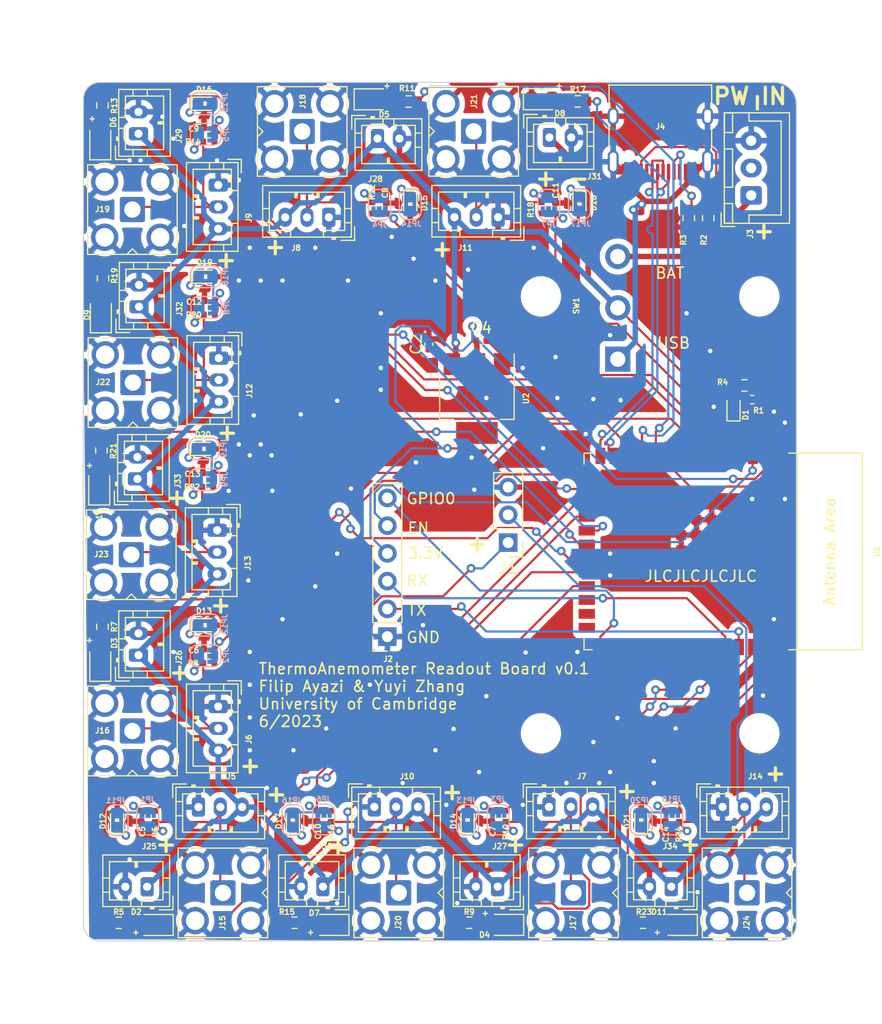
<source format=kicad_pcb>
(kicad_pcb (version 20221018) (generator pcbnew)
  (layers (0 "F.Cu" signal) (31 "B.Cu" signal) (34 "B.Paste" user) (35 "F.Paste" user) (36 "B.SilkS" user "B.Silkscreen") (37 "F.SilkS" user "F.Silkscreen") (38 "B.Mask" user) (39 "F.Mask" user) (44 "Edge.Cuts" user))
  (net 0 "")
  (net 1 "GND")
  (net 2 "+3V3")
  (net 3 "EN")
  (net 4 "ADC3")
  (net 5 "ADC4")
  (net 6 "ADC5")
  (net 7 "ADC6")
  (net 8 "LED4")
  (net 9 "LED5")
  (net 10 "ADC7")
  (net 11 "USB_DN")
  (net 12 "USB_DP")
  (net 13 "ADC2")
  (net 14 "LED9")
  (net 15 "ADC8")
  (net 16 "ADC9")
  (net 17 "LED0")
  (net 18 "LED1")
  (net 19 "LED2")
  (net 20 "LED3")
  (net 21 "LED6")
  (net 22 "LED8")
  (net 23 "GPIO0")
  (net 24 "LED7")
  (net 25 "RX")
  (net 26 "TX")
  (net 27 "ADC1")
  (net 28 "ADC0")
  (net 29 "+BATT")
  (net 30 "VBUS")
  (net 31 "VSENSE")
  (net 32 "Net-(D2-A)")
  (net 33 "Net-(D3-A)")
  (net 34 "Net-(D4-A)")
  (net 35 "Net-(D5-A)")
  (net 36 "Net-(D6-A)")
  (net 37 "Net-(D7-A)")
  (net 38 "Net-(D8-A)")
  (net 39 "Net-(D9-A)")
  (net 40 "Net-(D10-A)")
  (net 41 "Net-(D11-A)")
  (net 42 "Net-(D12-K)")
  (net 43 "Net-(D13-K)")
  (net 44 "Net-(D14-K)")
  (net 45 "Net-(D15-K)")
  (net 46 "Net-(D16-K)")
  (net 47 "Net-(D17-K)")
  (net 48 "Net-(D18-K)")
  (net 49 "Net-(D19-K)")
  (net 50 "Net-(D20-K)")
  (net 51 "Net-(D21-K)")
  (net 53 "+8V")
  (net 54 "Net-(J4-CC1)")
  (net 56 "Net-(J4-CC2)")
  (net 58 "/meter_connection9/SIG_IN")
  (net 59 "/meter_connection/SIG_IN")
  (net 60 "/meter_connection1/SIG_IN")
  (net 61 "/meter_connection2/SIG_IN")
  (net 62 "/meter_connection3/SIG_IN")
  (net 63 "/meter_connection4/SIG_IN")
  (net 64 "/meter_connection5/SIG_IN")
  (net 65 "/meter_connection6/SIG_IN")
  (net 66 "/meter_connection7/SIG_IN")
  (net 67 "/meter_connection8/SIG_IN")
  (footprint "Connector_JST:JST_PH_B2B-PH-K_1x02_P2.00mm_Vertical" (layer "F.Cu") (at 94.237148 128.04 180)
    (fp_text reference "J30")
    (fp_text value "JST")
  )
  (footprint "Connector_JST:JST_PH_B3B-PH-K_1x03_P2.00mm_Vertical" (layer "F.Cu") (at 84.547148 95.41 -90)
    (fp_text reference "J13")
    (fp_text value "Conn_01x03")
  )
  (footprint "Resistor_SMD:R_0603_1608Metric" (layer "F.Cu") (at 74.047148 104.25 -90)
    (fp_text reference "R7")
    (fp_text value "5.1k")
  )
  (footprint "Resistor_SMD:R_0603_1608Metric" (layer "F.Cu") (at 73.947148 88.11 -90)
    (fp_text reference "R21")
    (fp_text value "5.1k")
  )
  (footprint "Resistor_SMD:R_0402_1005Metric" (layer "F.Cu") (at 94.987148 121.6 90)
    (fp_text reference "R16")
    (fp_text value "1k")
  )
  (footprint "LED_SMD:LED_0805_2012Metric" (layer "F.Cu") (at 73.897148 75.65 90)
    (fp_text reference "D9")
    (fp_text value "LED")
  )
  (footprint "Diode_SMD:D_SOD-523" (layer "F.Cu") (at 131.837148 84.25 90)
    (fp_text reference "D1")
    (fp_text value "3.3V")
  )
  (footprint "Resistor_SMD:R_0402_1005Metric" (layer "F.Cu") (at 126.887148 121.6 90)
    (fp_text reference "R24")
    (fp_text value "1k")
  )
  (footprint "library:SMA_Amphenol_901-143_Horizontal" (layer "F.Cu") (at 85.077148 128.61 180)
    (fp_text reference "J15")
    (fp_text value "SMA")
  )
  (footprint "library:SMA_Amphenol_901-143_Horizontal" (layer "F.Cu") (at 108.037148 58.89)
    (fp_text reference "J21")
    (fp_text value "SMA")
  )
  (footprint "Resistor_SMD:R_0402_1005Metric" (layer "F.Cu") (at 83.787148 59.86)
    (fp_text reference "R14")
    (fp_text value "1k")
  )
  (footprint "Resistor_SMD:R_0603_1608Metric" (layer "F.Cu") (at 75.537148 131.35)
    (fp_text reference "R5")
    (fp_text value "5.1k")
  )
  (footprint "Resistor_SMD:R_0603_1608Metric" (layer "F.Cu") (at 102.077148 56.16 180)
    (fp_text reference "R11")
    (fp_text value "5.1k")
  )
  (footprint "Resistor_SMD:R_0402_1005Metric" (layer "F.Cu") (at 83.837148 75.7)
    (fp_text reference "R20")
    (fp_text value "1k")
  )
  (footprint "Connector_JST:JST_PH_B2B-PH-K_1x02_P2.00mm_Vertical" (layer "F.Cu") (at 110.237148 128.04 180)
    (fp_text reference "J27")
    (fp_text value "JST")
  )
  (footprint "Connector_JST:JST_PH_B3B-PH-K_1x03_P2.00mm_Vertical" (layer "F.Cu") (at 94.777148 66.76 180)
    (fp_text reference "J8")
    (fp_text value "Conn_01x03")
  )
  (footprint "LED_SMD:LED_0805_2012Metric" (layer "F.Cu") (at 73.747148 91.41 90)
    (fp_text reference "D10")
    (fp_text value "LED")
  )
  (footprint "Diode_SMD:D_SOD-523" (layer "F.Cu") (at 102.227148 65.459999 -90)
    (fp_text reference "D15")
    (fp_text value "3.3V")
  )
  (footprint "LED_SMD:LED_0805_2012Metric" (layer "F.Cu") (at 110.937148 131.54 180)
    (fp_text reference "D4")
    (fp_text value "LED")
  )
  (footprint "Connector_JST:JST_XH_B3B-XH-A_1x03_P2.50mm_Vertical" (layer "F.Cu") (at 133.45 64.75 90)
    (fp_text reference "J3")
    (fp_text value "Conn_01x03_Female")
  )
  (footprint "LED_SMD:LED_0805_2012Metric" (layer "F.Cu") (at 126.837148 131.54 180)
    (fp_text reference "D11")
    (fp_text value "LED")
  )
  (footprint "Diode_SMD:D_SOD-523" (layer "F.Cu") (at 123.387148 122.04 90)
    (fp_text reference "D21")
    (fp_text value "3.3V")
  )
  (footprint "Resistor_SMD:R_0402_1005Metric" (layer "F.Cu") (at 114.227148 65.889999 -90)
    (fp_text reference "R18")
    (fp_text value "1k")
  )
  (footprint "Capacitor_SMD:C_0402_1005Metric" (layer "F.Cu") (at 83.827148 58.56)
    (fp_text reference "C9")
    (fp_text value "1uF")
  )
  (footprint "Resistor_SMD:R_0402_1005Metric" (layer "F.Cu") (at 83.787148 107.6)
    (fp_text reference "R8")
    (fp_text value "1k")
  )
  (footprint "Resistor_SMD:R_0603_1608Metric" (layer "F.Cu") (at 127.741148 66.834 -90)
    (fp_text reference "R3")
    (fp_text value "5.1k")
  )
  (footprint "Diode_SMD:D_SOD-523" (layer "F.Cu") (at 83.247147 87.96)
    (fp_text reference "D20")
    (fp_text value "3.3V")
  )
  (footprint "Resistor_SMD:R_0603_1608Metric" (layer "F.Cu") (at 117.577148 56.15 180)
    (fp_text reference "R17")
    (fp_text value "5.1k")
  )
  (footprint "Connector_JST:JST_PH_B3B-PH-K_1x03_P2.00mm_Vertical" (layer "F.Cu") (at 114.937148 120.74)
    (fp_text reference "J7")
    (fp_text value "Conn_01x03")
  )
  (footprint "Connector_JST:JST_PH_B2B-PH-K_1x02_P2.00mm_Vertical" (layer "F.Cu") (at 78.137148 128.05 180)
    (fp_text reference "J25")
    (fp_text value "JST")
  )
  (footprint "Diode_SMD:D_SOD-523" (layer "F.Cu") (at 83.397147 72.2)
    (fp_text reference "D19")
    (fp_text value "3.3V")
  )
  (footprint "Diode_SMD:D_SOD-523" (layer "F.Cu") (at 83.347147 104.1)
    (fp_text reference "D13")
    (fp_text value "3.3V")
  )
  (footprint "Connector_JST:JST_PH_B2B-PH-K_1x02_P2.00mm_Vertical" (layer "F.Cu") (at 99.237148 59.55)
    (fp_text reference "J28")
    (fp_text value "JST")
  )
  (footprint "library:SMA_Amphenol_901-143_Horizontal" (layer "F.Cu") (at 101.177148 128.6 180)
    (fp_text reference "J20")
    (fp_text value "SMA")
  )
  (footprint "Diode_SMD:D_SOD-523" (layer "F.Cu") (at 83.347147 56.36)
    (fp_text reference "D16")
    (fp_text value "3.3V")
  )
  (footprint "Resistor_SMD:R_0402_1005Metric" (layer "F.Cu") (at 78.887148 121.61 90)
    (fp_text reference "R6")
    (fp_text value "1k")
  )
  (footprint "Resistor_SMD:R_0603_1608Metric" (layer "F.Cu") (at 132.837148 82.15 180)
    (fp_text reference "R4")
    (fp_text value "5.1k")
  )
  (footprint "Capacitor_SMD:C_0402_1005Metric" (layer "F.Cu") (at 83.827148 106.3)
    (fp_text reference "C6")
    (fp_text value "1uF")
  )
  (footprint "LED_SMD:LED_0805_2012Metric" (layer "F.Cu") (at 114.277148 55.95)
    (fp_text reference "D8")
    (fp_text value "LED")
  )
  (footprint "library:SMA_Amphenol_901-143_Horizontal" (layer "F.Cu") (at 133.077148 128.6 180)
    (fp_text reference "J24")
    (fp_text value "SMA")
  )
  (footprint "Connector_JST:JST_PH_B2B-PH-K_1x02_P2.00mm_Vertical" (layer "F.Cu") (at 126.137148 128.04 180)
    (fp_text reference "J34")
    (fp_text value "JST")
  )
  (footprint "Connector_JST:JST_PH_B3B-PH-K_1x03_P2.00mm_Vertical" (layer "F.Cu") (at 84.647148 111.55 -90)
    (fp_text reference "J6")
    (fp_text value "Conn_01x03")
  )
  (footprint "library:SMA_Amphenol_901-143_Horizontal" (layer "F.Cu") (at 92.337148 58.9)
    (fp_text reference "J18")
    (fp_text value "SMA")
  )
  (footprint "MountingHole:MountingHole_3.2mm_M3" (layer "F.Cu") (at 114.199999 114.000001 -90)
    (fp_text reference "H4" hide)
    (fp_text value "MountingHole")
  )
  (footprint "Resistor_SMD:R_0603_1608Metric" (layer "F.Cu") (at 129.519148 66.834 -90)
    (fp_text reference "R2")
    (fp_text value "5.1k")
  )
  (footprint "Capacitor_SMD:C_0402_1005Metric" (layer "F.Cu") (at 108.737148 78.05)
    (fp_text reference "C4")
    (fp_text value "1uF")
  )
  (footprint "Resistor_SMD:R_0402_1005Metric" (layer "F.Cu") (at 98.727148 65.899999 -90)
    (fp_text reference "R12")
    (fp_text value "1k")
  )
  (footprint "library:SMA_Amphenol_901-143_Horizontal" (layer "F.Cu") (at 76.787148 113.79 90)
    (fp_text reference "J16")
    (fp_text value "SMA")
  )
  (footprint "Connector_PinSocket_2.54mm:PinSocket_1x06_P2.54mm_Vertical" (layer "F.Cu") (at 100.137148 105.15 180)
    (fp_text reference "J2")
    (fp_text value "ESPFLASH")
  )
  (footprint "Package_TO_SOT_SMD:SOT-223-3_TabPin2" (layer "F.Cu") (at 108.337148 83.35 -90)
    (fp_text reference "U2")
    (fp_text value "AMS1117-3.3")
  )
  (footprint "LED_SMD:LED_0805_2012Metric" (layer "F.Cu") (at 98.777148 55.96)
    (fp_text reference "D5")
    (fp_text value "LED")
  )
  (footprint "MountingHole:MountingHole_3.2mm_M3" (layer "F.Cu") (at 134.2 74 -90)
    (fp_text reference "H1" hide)
    (fp_text value "MountingHole")
  )
  (footprint "Diode_SMD:D_SOD-523" (layer "F.Cu") (at 107.487148 122.04 90)
    (fp_text reference "D14")
    (fp_text value "3.3V")
  )
  (footprint "Capacitor_SMD:C_0402_1005Metric" (layer "F.Cu") (at 103.937148 78.375 90)
    (fp_text reference "C2")
    (fp_text value "1uF")
  )
  (footprint "Connector_JST:JST_PH_B3B-PH-K_1x03_P2.00mm_Vertical" (layer "F.Cu") (at 84.697148 79.65 -90)
    (fp_text reference "J12")
    (fp_text value "Conn_01x03")
  )
  (footprint "Diode_SMD:D_SOD-523" (layer "F.Cu") (at 75.387148 122.05 90)
    (fp_text reference "D12")
    (fp_text value "3.3V")
  )
  (footprint "LED_SMD:LED_0805_2012Metric" (layer "F.Cu") (at 94.937148 131.54 180)
    (fp_text reference "D7")
    (fp_text value "LED")
  )
  (footprint "Capacitor_SMD:C_0402_1005Metric" (layer "F.Cu") (at 109.687148 121.56 90)
    (fp_text reference "C7")
    (fp_text value "1uF")
  )
  (footprint "Connector_PinHeader_2.54mm:PinHeader_1x03_P2.54mm_Vertical" (layer "F.Cu") (at 111.2 96.54 180)
    (fp_text reference "J1")
    (fp_text value "DIRECT_HEADER")
  )
  (footprint "Resistor_SMD:R_0603_1608Metric" (layer "F.Cu") (at 123.537148 131.34)
    (fp_text reference "R23")
    (fp_text value "5.1k")
  )
  (footprint "Resistor_SMD:R_0603_1608Metric" (layer "F.Cu") (at 74.097148 72.35 -90)
    (fp_text reference "R19")
    (fp_text value "5.1k")
  )
  (footprint "Diode_SMD:D_SOD-523" (layer "F.Cu") (at 91.487148 122.04 90)
    (fp_text reference "D17")
    (fp_text value "3.3V")
  )
  (footprint "Connector_JST:JST_PH_B3B-PH-K_1x03_P2.00mm_Vertical" (layer "F.Cu") (at 98.937148 120.74)
    (fp_text reference "J10")
    (fp_text value "Conn_01x03")
  )
  (footprint "Connector_JST:JST_PH_B2B-PH-K_1x02_P2.00mm_Vertical" (layer "F.Cu") (at 77.347147 106.85 90)
    (fp_text reference "J26")
    (fp_text value "JST")
  )
  (footprint "Connector_JST:JST_PH_B3B-PH-K_1x03_P2.00mm_Vertical" (layer "F.Cu") (at 110.277148 66.75 180)
    (fp_text reference "J11")
    (fp_text value "Conn_01x03")
  )
  (footprint "Connector_JST:JST_PH_B3B-PH-K_1x03_P2.00mm_Vertical" (layer "F.Cu") (at 84.647148 63.81 -90)
    (fp_text reference "J9")
    (fp_text value "Conn_01x03")
  )
  (footprint "Connector_JST:JST_PH_B2B-PH-K_1x02_P2.00mm_Vertical" (layer "F.Cu") (at 114.977148 59.449999)
    (fp_text reference "J31")
    (fp_text value "JST")
  )
  (footprint "Connector_JST:JST_PH_B2B-PH-K_1x02_P2.00mm_Vertical" (layer "F.Cu") (at 77.397147 74.95 90)
    (fp_text reference "J32")
    (fp_text value "JST")
  )
  (footprint "Resistor_SMD:R_0402_1005Metric" (layer "F.Cu") (at 83.687148 91.46)
    (fp_text reference "R22")
    (fp_text value "1k")
  )
  (footprint "Resistor_SMD:R_0603_1608Metric" (layer "F.Cu") (at 74.047148 56.51 -90)
    (fp_text reference "R13")
    (fp_text value "5.1k")
  )
  (footprint "Resistor_SMD:R_0603_1608Metric" (layer "F.Cu") (at 107.637148 131.34)
    (fp_text reference "R9")
    (fp_text value "5.1k")
  )
  (footprint "Connector_JST:JST_PH_B2B-PH-K_1x02_P2.00mm_Vertical" (layer "F.Cu") (at 77.247147 90.71 90)
    (fp_text reference "J33")
    (fp_text value "JST")
  )
  (footprint "Capacitor_SMD:C_0402_1005Metric" (layer "F.Cu") (at 77.587148 121.57 90)
    (fp_text reference "C5")
    (fp_text value "1uF")
  )
  (footprint "Capacitor_SMD:C_0402_1005Metric" (layer "F.Cu") (at 100.027148 65.939999 -90)
    (fp_text reference "C8")
    (fp_text value "1uF")
  )
  (footprint "Capacitor_SMD:C_0402_1005Metric" (layer "F.Cu") (at 115.527148 65.929999 -90)
    (fp_text reference "C11")
    (fp_text value "1uF")
  )
  (footprint "LED_SMD:LED_0805_2012Metric" (layer "F.Cu") (at 78.837148 131.55 180)
    (fp_text reference "D2")
    (fp_text value "LED")
  )
  (footprint "Connector_JST:JST_PH_B3B-PH-K_1x03_P2.00mm_Vertical" (layer "F.Cu") (at 130.837148 120.74)
    (fp_text reference "J14")
    (fp_text value "Conn_01x03")
  )
  (footprint "library:SMA_Amphenol_901-143_Horizontal" (layer "F.Cu") (at 76.837148 81.89 90)
    (fp_text reference "J22")
    (fp_text value "SMA")
  )
  (footprint "Capacitor_SMD:C_0402_1005Metric" (layer "F.Cu") (at 93.687148 121.56 90)
    (fp_text reference "C10")
    (fp_text value "1uF")
  )
  (footprint "library:SMA_Amphenol_901-143_Horizontal" (layer "F.Cu") (at 76.687148 97.65 90)
    (fp_text reference "J23")
    (fp_text value "SMA")
  )
  (footprint "Resistor_SMD:R_0603_1608Metric" (layer "F.Cu") (at 91.637148 131.34)
    (fp_text reference "R15")
    (fp_text value "5.1k")
  )
  (footprint "Resistor_SMD:R_0402_1005Metric" (layer "F.Cu") (at 133.547148 83.45)
    (fp_text reference "R1")
    (fp_text value "10k")
  )
  (footprint "LED_SMD:LED_0805_2012Metric" (layer "F.Cu") (at 73.847148 59.81 90)
    (fp_text reference "D6")
    (fp_text value "LED")
  )
  (footprint "MountingHole:MountingHole_3.2mm_M3" (layer "F.Cu") (at 134.2 114 -90)
    (fp_text reference "H3" hide)
    (fp_text value "MountingHole")
  )
  (footprint "Capacitor_SMD:C_0402_1005Metric" (layer "F.Cu") (at 125.587148 121.56 90)
    (fp_text reference "C14")
    (fp_text value "1uF")
  )
  (footprint "Connector_JST:JST_PH_B2B-PH-K_1x02_P2.00mm_Vertical" (layer "F.Cu") (at 77.347147 59.11 90)
    (fp_text reference "J29")
    (fp_text value "JST")
  )
  (footprint "Connector_USB:USB_C_Receptacle_HRO_TYPE-C-31-M-12" (layer "F.Cu") (at 125.137148 58.55 180)
    (fp_text reference "J4")
    (fp_text value "USB_C_Receptacle_USB2.0")
  )
  (footprint "LED_SMD:LED_0805_2012Metric" (layer "F.Cu") (at 73.847148 107.55 90)
    (fp_text reference "D3")
    (fp_text value "LED")
  )
  (footprint "Diode_SMD:D_SOD-523" (layer "F.Cu") (at 117.727148 65.449999 -90)
    (fp_text reference "D18")
    (fp_text value "3.3V")
  )
  (footprint "Connector_JST:JST_PH_B3B-PH-K_1x03_P2.00mm_Vertical" (layer "F.Cu") (at 82.837148 120.75)
    (fp_text reference "J5")
    (fp_text value "Conn_01x03")
  )
  (footprint "Resistor_SMD:R_0402_1005Metric" (layer "F.Cu") (at 110.987148 121.6 90)
    (fp_text reference "R10")
    (fp_text value "1k")
  )
  (footprint "library:SMA_Amphenol_901-143_Horizontal" (layer "F.Cu") (at 76.787148 66.05 90)
    (fp_text reference "J19")
    (fp_text value "SMA")
  )
  (footprint "PCM_Espressif:ESP32-S3-WROOM-1" (layer "F.Cu") (at 127.897148 97.35 -90)
    (fp_text reference "U1")
    (fp_text value "ESP32-S3-WROOM-1")
  )
  (footprint "Capacitor_SMD:C_0402_1005Metric" (layer "F.Cu") (at 83.877148 74.4)
    (fp_text reference "C12")
    (fp_text value "1uF")
  )
  (footprint "Capacitor_SMD:C_0402_1005Metric" (layer "F.Cu") (at 83.727148 90.16)
    (fp_text reference "C13")
    (fp_text value "1uF")
  )
  (footprint "library:SMA_Amphenol_901-143_Horizontal" (layer "F.Cu") (at 117.177148 128.6 180)
    (fp_text reference "J17")
    (fp_text value "SMA")
  )
  (footprint "library:switch_4.7mm" (layer "F.Cu") (at 121.737148 78.85 90)
    (fp_text reference "SW1")
    (fp_text value "SW_SPDT")
  )
  (footprint "MountingHole:MountingHole_3.2mm_M3" (layer "F.Cu") (at 114.2 74 -90)
    (fp_text reference "H2" hide)
    (fp_text value "MountingHole")
  )
  (footprint "Jumper:SolderJumper-2_P1.3mm_Bridged2Bar_RoundedPad1.0x1.5mm" (layer "B.Cu") (at 102.227148 65.559999 -90)
    (fp_text reference "JP14")
    (fp_text value "V_CLAMP")
  )
  (footprint "Jumper:SolderJumper-2_P1.3mm_Bridged2Bar_RoundedPad1.0x1.5mm" (layer "B.Cu") (at 83.447147 56.36)
    (fp_text reference "JP15")
    (fp_text value "V_CLAMP")
  )
  (footprint "Jumper:SolderJumper-2_P1.3mm_Bridged2Bar_RoundedPad1.0x1.5mm" (layer "B.Cu") (at 107.487148 121.94 90)
    (fp_text reference "JP13")
    (fp_text value "V_CLAMP")
  )
  (footprint "Jumper:SolderJumper-2_P1.3mm_Bridged2Bar_RoundedPad1.0x1.5mm" (layer "B.Cu") (at 83.497147 72.2)
    (fp_text reference "JP18")
    (fp_text value "V_CLAMP")
  )
  (footprint "Jumper:SolderJumper-2_P1.3mm_Bridged2Bar_RoundedPad1.0x1.5mm" (layer "B.Cu") (at 83.347147 87.96)
    (fp_text reference "JP19")
    (fp_text value "V_CLAMP")
  )
  (footprint "Jumper:SolderJumper-2_P1.3mm_Open_RoundedPad1.0x1.5mm" (layer "B.Cu") (at 83.497148 106.9 180)
    (fp_text reference "JP2")
    (fp_text value "FILTER_BYPASS")
  )
  (footprint "Jumper:SolderJumper-2_P1.3mm_Open_RoundedPad1.0x1.5mm" (layer "B.Cu") (at 94.287148 121.89 -90)
    (fp_text reference "JP6")
    (fp_text value "FILTER_BYPASS")
  )
  (footprint "Jumper:SolderJumper-2_P1.3mm_Open_RoundedPad1.0x1.5mm" (layer "B.Cu") (at 126.187148 121.89 -90)
    (fp_text reference "JP10")
    (fp_text value "FILTER_BYPASS")
  )
  (footprint "Jumper:SolderJumper-2_P1.3mm_Open_RoundedPad1.0x1.5mm" (layer "B.Cu") (at 110.287148 121.89 -90)
    (fp_text reference "JP3")
    (fp_text value "FILTER_BYPASS")
  )
  (footprint "Jumper:SolderJumper-2_P1.3mm_Bridged2Bar_RoundedPad1.0x1.5mm" (layer "B.Cu") (at 123.387148 121.94 90)
    (fp_text reference "JP20")
    (fp_text value "V_CLAMP")
  )
  (footprint "Jumper:SolderJumper-2_P1.3mm_Bridged2Bar_RoundedPad1.0x1.5mm" (layer "B.Cu") (at 91.487148 121.94 90)
    (fp_text reference "JP16")
    (fp_text value "V_CLAMP")
  )
  (footprint "Jumper:SolderJumper-2_P1.3mm_Bridged2Bar_RoundedPad1.0x1.5mm" (layer "B.Cu") (at 117.727148 65.549999 -90)
    (fp_text reference "JP17")
    (fp_text value "V_CLAMP")
  )
  (footprint "Jumper:SolderJumper-2_P1.3mm_Open_RoundedPad1.0x1.5mm" (layer "B.Cu") (at 114.927148 65.599999 90)
    (fp_text reference "JP7")
    (fp_text value "FILTER_BYPASS")
  )
  (footprint "Jumper:SolderJumper-2_P1.3mm_Bridged2Bar_RoundedPad1.0x1.5mm" (layer "B.Cu") (at 83.447147 104.1)
    (fp_text reference "JP12")
    (fp_text value "V_CLAMP")
  )
  (footprint "Jumper:SolderJumper-2_P1.3mm_Open_RoundedPad1.0x1.5mm" (layer "B.Cu") (at 83.497148 59.16 180)
    (fp_text reference "JP5")
    (fp_text value "FILTER_BYPASS")
  )
  (footprint "Jumper:SolderJumper-2_P1.3mm_Bridged2Bar_RoundedPad1.0x1.5mm" (layer "B.Cu") (at 75.387148 121.95 90)
    (fp_text reference "JP11")
    (fp_text value "V_CLAMP")
  )
  (footprint "Jumper:SolderJumper-2_P1.3mm_Open_RoundedPad1.0x1.5mm" (layer "B.Cu") (at 83.397148 90.76 180)
    (fp_text reference "JP9")
    (fp_text value "FILTER_BYPASS")
  )
  (footprint "Jumper:SolderJumper-2_P1.3mm_Open_RoundedPad1.0x1.5mm" (layer "B.Cu") (at 99.427148 65.609999 90)
    (fp_text reference "JP4")
    (fp_text value "FILTER_BYPASS")
  )
  (footprint "Jumper:SolderJumper-2_P1.3mm_Open_RoundedPad1.0x1.5mm" (layer "B.Cu") (at 83.547148 75 180)
    (fp_text reference "JP8")
    (fp_text value "FILTER_BYPASS")
  )
  (footprint "Jumper:SolderJumper-2_P1.3mm_Open_RoundedPad1.0x1.5mm" (layer "B.Cu") (at 78.187148 121.9 -90)
    (fp_text reference "JP1")
    (fp_text value "FILTER_BYPASS")
  )
  (gr_arc (start 137.6 131.5) (mid 137.16066 132.56066) (end 136.1 133) (stroke (width 0.1)) (layer "Edge.Cuts"))
  (gr_arc (start 73.8 133) (mid 72.73934 132.56066) (end 72.3 131.5) (stroke (width 0.1)) (layer "Edge.Cuts"))
  (gr_arc (start 72.3 55.9) (mid 72.73934 54.83934) (end 73.8 54.4) (stroke (width 0.1)) (layer "Edge.Cuts"))
  (gr_arc (start 135.6 54.4) (mid 137.014214 54.985786) (end 137.6 56.4) (stroke (width 0.1)) (layer "Edge.Cuts"))
  (gr_line (start 73.8 54.4) (end 135.6 54.4) (stroke (width 0.1)) (layer "Edge.Cuts"))
  (gr_line (start 136.1 133) (end 74.6 133) (stroke (width 0.1)) (layer "Edge.Cuts"))
  (gr_line (start 73.8 133) (end 74.6 133) (stroke (width 0.1)) (layer "Edge.Cuts"))
  (gr_line (start 72.3 131.5) (end 72.3 55.9) (stroke (width 0.1)) (layer "Edge.Cuts"))
  (gr_line (start 137.6 56.4) (end 137.6 131.5) (stroke (width 0.1)) (layer "Edge.Cuts"))
  (gr_text "USB" (at 124.75 78.85) (layer "F.SilkS") (effects (font (size 1 1)) (justify left bottom)))
  (gr_text "GPIO0" (at 101.8 93.1) (layer "F.SilkS") (effects (font (size 1 1)) (justify left bottom)))
  (gr_text "ThermoAnemometer Readout Board v0.1\nFilip Ayazi & Yuyi Zhang\nUniversity of Cambridge\n6/2023" (at 88.25 113.5) (layer "F.SilkS") (effects (font (size 1 1)) (justify left bottom)))
  (gr_text "+" (at 88.7 117.8) (layer "F.SilkS") (effects (font (size 1.5 1.5) (thickness 0.3) bold) (justify left bottom mirror)))
  (gr_text "+" (at 100.5 55) (layer "F.SilkS") (effects (font (size 0.5 0.5) (thickness 0.125) bold) (justify left bottom mirror)))
  (gr_text "JLCJLCJLCJLC" (at 123.6 100.2) (layer "F.SilkS") (effects (font (size 1 1)) (justify left bottom)))
  (gr_text "+" (at 86.6 87.3) (layer "F.SilkS") (effects (font (size 1.5 1.5) (thickness 0.3) bold) (justify left bottom mirror)))
  (gr_text "+" (at 86.5 71.5) (layer "F.SilkS") (effects (font (size 1.5 1.5) (thickness 0.3) bold) (justify left bottom mirror)))
  (gr_text "+" (at 81 125) (layer "F.SilkS") (effects (font (size 1.5 1.5) (thickness 0.3) bold) (justify left bottom mirror)))
  (gr_text "+" (at 129 125) (layer "F.SilkS") (effects (font (size 1.5 1.5) (thickness 0.3) bold) (justify left bottom mirror)))
  (gr_text "+" (at 106.3 70.5) (layer "F.SilkS") (effects (font (size 1.5 1.5) (thickness 0.3) bold) (justify left bottom mirror)))
  (gr_text "+" (at 109.5 130.75) (layer "F.SilkS") (effects (font (size 0.5 0.5) (thickness 0.125) bold) (justify left bottom mirror)))
  (gr_text "+" (at 93.5 132.5) (layer "F.SilkS") (effects (font (size 0.5 0.5) (thickness 0.125) bold) (justify left bottom mirror)))
  (gr_text "-" (at 133.25 57.4 -90) (layer "F.SilkS") (effects (font (size 1.5 1.5) (thickness 0.3) bold) (justify left bottom mirror)))
  (gr_text "+" (at 82 93.25) (layer "F.SilkS") (effects (font (size 1.5 1.5) (thickness 0.3) bold) (justify left bottom mirror)))
  (gr_text "TX" (at 101.9 103.3) (layer "F.SilkS") (effects (font (size 1 1)) (justify left bottom)))
  (gr_text "+" (at 109.5 97.5) (layer "F.SilkS") (effects (font (size 1.5 1.5) (thickness 0.3) bold) (justify left bottom mirror)))
  (gr_text "BAT" (at 124.6 72.45) (layer "F.SilkS") (effects (font (size 1 1)) (justify left bottom)))
  (gr_text "EN" (at 101.9 95.8) (layer "F.SilkS") (effects (font (size 1 1)) (justify left bottom)))
  (gr_text "+" (at 135.75 68.85) (layer "F.SilkS") (effects (font (size 1.5 1.5) (thickness 0.3) bold) (justify left bottom mirror)))
  (gr_text "+" (at 77.5 132.5) (layer "F.SilkS") (effects (font (size 0.5 0.5) (thickness 0.125) bold) (justify left bottom mirror)))
  (gr_text "PW IN" (at 129.837148 56.55) (layer "F.SilkS") (effects (font (size 1.5 1.5) (thickness 0.3) bold) (justify left bottom)))
  (gr_text "GND" (at 101.8 105.8) (layer "F.SilkS") (effects (font (size 1 1)) (justify left bottom)))
  (gr_text "+" (at 107.2 120.2) (layer "F.SilkS") (effects (font (size 1.5 1.5) (thickness 0.3) bold) (justify left bottom mirror)))
  (gr_text "+" (at 73.25 105.75) (layer "F.SilkS") (effects (font (size 0.5 0.5) (thickness 0.125) bold) (justify left bottom mirror)))
  (gr_text "RX" (at 101.8 100.6) (layer "F.SilkS") (effects (font (size 1 1)) (justify left bottom)))
  (gr_text "+" (at 91.1 120.4) (layer "F.SilkS") (effects (font (size 1.5 1.5) (thickness 0.3) bold) (justify left bottom mirror)))
  (gr_text "+" (at 96.75 125.25) (layer "F.SilkS") (effects (font (size 1.5 1.5) (thickness 0.3) bold) (justify left bottom mirror)))
  (gr_text "+" (at 136.8 118.5) (layer "F.SilkS") (effects (font (size 1.5 1.5) (thickness 0.3) bold) (justify left bottom mirror)))
  (gr_text "3.3V" (at 101.9 98.1) (layer "F.SilkS") (effects (font (size 1 1)) (justify left bottom)))
  (gr_text "+" (at 82.25 109.25) (layer "F.SilkS") (effects (font (size 1.5 1.5) (thickness 0.3) bold) (justify left bottom mirror)))
  (gr_text "+ -\n" (at 113.517148 64.04) (layer "F.SilkS") (effects (font (size 1.5 1.5) (thickness 0.3) bold) (justify left bottom)))
  (gr_text "+" (at 125.25 132.5) (layer "F.SilkS") (effects (font (size 0.5 0.5) (thickness 0.125) bold) (justify left bottom mirror)))
  (gr_text "+" (at 91 70.3) (layer "F.SilkS") (effects (font (size 1.5 1.5) (thickness 0.3) bold) (justify left bottom mirror)))
  (gr_text "+" (at 86 103.1) (layer "F.SilkS") (effects (font (size 1.5 1.5) (thickness 0.3) bold) (justify left bottom mirror)))
  (gr_text "+" (at 73.5 58) (layer "F.SilkS") (effects (font (size 0.5 0.5) (thickness 0.125) bold) (justify left bottom mirror)))
  (gr_text "+" (at 73.25 89.75) (layer "F.SilkS") (effects (font (size 0.5 0.5) (thickness 0.125) bold) (justify left bottom mirror)))
  (gr_text "+" (at 113 125) (layer "F.SilkS") (effects (font (size 1.5 1.5) (thickness 0.3) bold) (justify left bottom mirror)))
  (gr_text "+" (at 123.2 120.1) (layer "F.SilkS") (effects (font (size 1.5 1.5) (thickness 0.3) bold) (justify left bottom mirror)))
  (gr_text "+" (at 116.25 55) (layer "F.SilkS") (effects (font (size 0.5 0.5) (thickness 0.125) bold) (justify left bottom mirror)))
  (segment (start 83.347148 57.059999) (end 83.347148 58.56) (width 0.5) (layer "F.Cu") (net 1))
  (segment (start 136.157148 88.6) (end 136.157148 87.65) (width 0.2) (layer "F.Cu") (net 1))
  (segment (start 92.187148 122.04) (end 93.687148 122.04) (width 0.5) (layer "F.Cu") (net 1))
  (segment (start 73.847148 108.4875) (end 74.247148 108.8875) (width 0.2) (layer "F.Cu") (net 1))
  (segment (start 130.583148 83.55) (end 130.027148 84.106) (width 0.2) (layer "F.Cu") (net 1))
  (segment (start 131.043148 85.406) (end 131.043148 83.598) (width 0.2) (layer "F.Cu") (net 1))
  (segment (start 131.091148 83.55) (end 131.837148 83.55) (width 0.2) (layer "F.Cu") (net 1))
  (segment (start 73.847148 108.35) (end 73.847148 108.4875) (width 0.2) (layer "F.Cu") (net 1))
  (segment (start 110.637148 80.2) (end 112.187148 80.2) (width 0.5) (layer "F.Cu") (net 1))
  (segment (start 129.302148 61.68) (end 128.387148 62.595) (width 0.5) (layer "F.Cu") (net 1))
  (segment (start 129.457148 61.68) (end 129.302148 61.68) (width 0.5) (layer "F.Cu") (net 1))
  (segment (start 95.874648 131.54) (end 96.274648 131.14) (width 0.2) (layer "F.Cu") (net 1))
  (segment (start 97.977148 55.96) (end 97.839648 55.96) (width 0.2) (layer "F.Cu") (net 1))
  (segment (start 113.477148 55.95) (end 113.339648 55.95) (width 0.2) (layer "F.Cu") (net 1))
  (segment (start 73.897148 76.5875) (end 74.297148 76.9875) (width 0.2) (layer "F.Cu") (net 1))
  (segment (start 111.874648 131.54) (end 112.274648 131.14) (width 0.2) (layer "F.Cu") (net 1))
  (segment (start 117.027148 65.449999) (end 115.527148 65.449999) (width 0.5) (layer "F.Cu") (net 1))
  (segment (start 91.487148 121.34) (end 92.187148 122.04) (width 0.5) (layer "F.Cu") (net 1))
  (segment (start 73.747148 92.3475) (end 74.147148 92.7475) (width 0.2) (layer "F.Cu") (net 1))
  (segment (start 131.187148 85.55) (end 131.043148 85.406) (width 0.2) (layer "F.Cu") (net 1))
  (segment (start 136.157148 87.65) (end 134.057148 85.55) (width 0.2) (layer "F.Cu") (net 1))
  (segment (start 79.774648 131.55) (end 80.174648 131.15) (width 0.2) (layer "F.Cu") (net 1))
  (segment (start 127.637148 131.54) (end 127.774648 131.54) (width 0.2) (layer "F.Cu") (net 1))
  (segment (start 79.637148 131.55) (end 79.774648 131.55) (width 0.2) (layer "F.Cu") (net 1))
  (segment (start 95.737148 131.54) (end 95.874648 131.54) (width 0.2) (layer "F.Cu") (net 1))
  (segment (start 121.887148 62.595) (end 121.732148 62.595) (width 0.5) (layer "F.Cu") (net 1))
  (segment (start 110.637148 79.175) (end 110.637148 80.2) (width 0.5) (layer "F.Cu") (net 1))
  (segment (start 127.774648 131.54) (end 128.174648 131.14) (width 0.2) (layer "F.Cu") (net 1))
  (segment (start 131.837148 83.55) (end 130.583148 83.55) (width 0.2) (layer "F.Cu") (net 1))
  (segment (start 73.847148 60.7475) (end 74.247148 61.1475) (width 0.2) (layer "F.Cu") (net 1))
  (segment (start 113.339648 55.95) (end 112.939648 56.35) (width 0.2) (layer "F.Cu") (net 1))
  (segment (start 73.847148 60.61) (end 73.847148 60.7475) (width 0.2) (layer "F.Cu") (net 1))
  (segment (start 134.057148 85.55) (end 131.187148 85.55) (width 0.2) (layer "F.Cu") (net 1))
  (segment (start 101.592148 75.55) (end 99.537148 75.55) (width 0.25) (layer "F.Cu") (net 1))
  (segment (start 73.747148 92.21) (end 73.747148 92.3475) (width 0.2) (layer "F.Cu") (net 1))
  (segment (start 111.737148 131.54) (end 111.874648 131.54) (width 0.2) (layer "F.Cu") (net 1))
  (segment (start 73.897148 76.45) (end 73.897148 76.5875) (width 0.2) (layer "F.Cu") (net 1))
  (segment (start 103.937148 77.895) (end 101.592148 75.55) (width 0.25) (layer "F.Cu") (net 1))
  (segment (start 131.043148 83.598) (end 131.091148 83.55) (width 0.2) (layer "F.Cu") (net 1))
  (segment (start 117.727148 66.149999) (end 117.027148 65.449999) (width 0.5) (layer "F.Cu") (net 1))
  (segment (start 109.512148 78.05) (end 110.637148 79.175) (width 0.5) (layer "F.Cu") (net 1))
  (segment (start 97.839648 55.96) (end 97.439648 56.36) (width 0.2) (layer "F.Cu") (net 1))
  (segment (start 121.732148 62.595) (end 120.817148 61.68) (width 0.5) (layer "F.Cu") (net 1))
  (segment (start 84.047147 56.36) (end 83.347148 57.059999) (width 0.5) (layer "F.Cu") (net 1))
  (segment (start 112.187148 80.2) (end 112.537148 80.55) (width 0.5) (layer "F.Cu") (net 1))
  (via (at 84.537148 61.55) (size 0.8) (drill 0.4) (layers "F.Cu" "B.Cu") (net 1))
  (via (at 99.537148 75.55) (size 0.8) (drill 0.4) (layers "F.Cu" "B.Cu") (net 1))
  (via (at 90.537148 103.55) (size 0.8) (drill 0.4) (layers "F.Cu" "B.Cu") (net 1))
  (via (at 128.537148 128.55) (size 0.8) (drill 0.4) (layers "F.Cu" "B.Cu") (net 1))
  (via (at 80.537148 59.55) (size 0.8) (drill 0.4) (layers "F.Cu" "B.Cu") (net 1))
  (via (at 102.75 89.2) (size 0.8) (drill 0.4) (layers "F.Cu" "B.Cu") (net 1))
  (via (at 120.537148 77.55) (size 0.8) (drill 0.4) (layers "F.Cu" "B.Cu") (net 1))
  (via (at 87.537148 88.55) (size 0.8) (drill 0.4) (layers "F.Cu" "B.Cu") (net 1))
  (via (at 124.537148 118.55) (size 0.8) (drill 0.4) (layers "F.Cu" "B.Cu") (net 1))
  (via (at 127.537148 75.55) (size 0.8) (drill 0.4) (layers "F.Cu" "B.Cu") (net 1))
  (via (at 92.2 84.8) (size 0.8) (drill 0.4) (layers "F.Cu" "B.Cu") (net 1))
  (via (at 87.537148 69.55) (size 0.8) (drill 0.4) (layers "F.Cu" "B.Cu") (net 1))
  (via (at 115.7 83.3) (size 0.8) (drill 0.4) (layers "F.Cu" "B.Cu") (net 1))
  (via (at 116.537148 118.55) (size 0.8) (drill 0.4) (layers "F.Cu" "B.Cu") (net 1))
  (via (at 85.6 91.8) (size 0.8) (drill 0.4) (layers "F.Cu" "B.Cu") (net 1))
  (via (at 89.6 91.8) (size 0.8) (drill 0.4) (layers "F.Cu" "B.Cu") (net 1))
  (via (at 99.537148 80.55) (size 0.8) (drill 0.4) (layers "F.Cu" "B.Cu") (net 1))
  (via (at 91.537148 115.55) (size 0.8) (drill 0.4) (layers "F.Cu" "B.Cu") (net 1))
  (via (at 115.537148 79.55) (size 0.8) (drill 0.4) (layers "F.Cu" "B.Cu") (net 1))
  (via (at 135.537148 103.55) (size 0.8) (drill 0.4) (layers "F.Cu" "B.Cu") (net 1))
  (via (at 112.537148 80.55) (size 0.8) (drill 0.4) (layers "F.Cu" "B.Cu") (net 1))
  (via (at 136.537148 85.55) (size 0.8) (drill 0.4) (layers "F.Cu" "B.Cu") (net 1))
  (via (at 120.537148 97.55) (size 0.8) (drill 0.4) (layers "F.Cu" "B.Cu") (net 1))
  (via (at 79.537148 57.55) (size 0.8) (drill 0.4) (layers "F.Cu" "B.Cu") (net 1))
  (via (at 76.537148 61.55) (size 0.8) (drill 0.4) (layers "F.Cu" "B.Cu") (net 1))
  (via (at 87.537148 106.55) (size 0.8) (drill 0.4) (layers "F.Cu" "B.Cu") (net 1))
  (via (at 82.537148 83.55) (size 0.8) (drill 0.4) (layers "F.Cu" "B.Cu") (net 1))
  (via (at 104.537148 115.55) (size 0.8) (drill 0.4) (layers "F.Cu" "B.Cu") (net 1))
  (via (at 93.537148 69.55) (size 0.8) (drill 0.4) (layers "F.Cu" "B.Cu") (net 1))
  (via (at 95.537148 129.55) (size 0.8) (drill 0.4) (layers "F.Cu" "B.Cu") (net 1))
  (via (at 98.537148 109.55) (size 0.8) (drill 0.4) (layers "F.Cu" "B.Cu") (net 1))
  (via (at 121.5 83.5) (size 0.8) (drill 0.4) (layers "F.Cu" "B.Cu") (net 1))
  (via (at 135.537148 84.55) (size 0.8) (drill 0.4) (layers "F.Cu" "B.Cu") (net 1))
  (via (at 99.537148 82.55) (size 0.8) (drill 0.4) (layers "F.Cu" "B.Cu") (net 1))
  (via (at 119 83.4) (size 0.8) (drill 0.4) (layers "F.Cu" "B.Cu") (net 1))
  (via (at 134.537148 110.55) (size 0.8) (drill 0.4) (layers "F.Cu" "B.Cu") (net 1))
  (via (at 81.537148 67.55) (size 0.8) (drill 0.4) (layers "F.Cu" "B.Cu") (net 1))
  (via (at 80.537148 106.55) (size 0.8) (drill 0.4) (layers "F.Cu" "B.Cu") (net 1))
  (via (at 76.537148 125.55) (size 0.8) (drill 0.4) (layers "F.Cu" "B.Cu") (net 1))
  (via (at 121.2 112.6) (size 0.8) (drill 0.4) (layers "F.Cu" "B.Cu") (net 1))
  (via (at 120.537148 117.55) (size 0.8) (drill 0.4) (layers "F.Cu" "B.Cu") (net 1))
  (via (at 90.537148 72.55) (size 0.8) (drill 0.4) (layers "F.Cu" "B.Cu") (net 1))
  (via (at 113.537148 69.55) (size 0.8) (drill 0.4) (layers "F.Cu" "B.Cu") (net 1))
  (via (at 133.537148 92.55) (size 0.8) (drill 0.4) (layers "F.Cu" "B.Cu") (net 1))
  (via (at 107.537148 71.55) (size 0.8) (drill 0.4) (layers "F.Cu" "B.Cu") (net 1))
  (via (at 86.537148 87.55) (size 0.8) (drill 0.4) (layers "F.Cu" "B.Cu") (net 1))
  (via (at 106.2 113.6) (size 0.8) (drill 0.4) (layers "F.Cu" "B.Cu") (net 1))
  (via (at 95.537148 97.55) (size 0.8) (drill 0.4) (layers "F.Cu" "B.Cu") (net 1))
  (via (at 118.3 86.6) (size 0.8) (drill 0.4) (layers "F.Cu" "B.Cu") (net 1))
  (via (at 126.537148 113.55) (size 0.8) (drill 0.4) (layers "F.Cu" "B.Cu") (net 1))
  (via (at 108.1 91.7) (size 0.8) (drill 0.4) (layers "F.Cu" "B.Cu") (net 1))
  (via (at 96.8 91.6) (size 0.8) (drill 0.4) (layers "F.Cu" "B.Cu") (net 1))
  (via (at 77.537148 61.55) (size 0.8) (drill 0.4) (layers "F.Cu" "B.Cu") (net 1))
  (via (at 94.537148 113.55) (size 0.8) (drill 0.4) (layers "F.Cu" "B.Cu") (net 1))
  (via (at 119.537148 118.55) (size 0.8) (drill 0.4) (layers "F.Cu" "B.Cu") (net 1))
  (via (at 112.537148 120.55) (size 0.8) (drill 0.4) (layers "F.Cu" "B.Cu") (net 1))
  (via (at 89.537148 88.55) (size 0.8) (drill 0.4) (layers "F.Cu" "B.Cu") (net 1))
  (via (at 136.537148 92.55) (size 0.8) (drill 0.4) (layers "F.Cu" "B.Cu") (net 1))
  (via (at 86.537148 72.55) (size 0.8) (drill 0.4) (layers "F.Cu" "B.Cu") (net 1))
  (via (at 87.537148 115.55) (size 0.8) (drill 0.4) (layers "F.Cu" "B.Cu") (net 1))
  (via (at 87.537148 109.55) (size 0.8) (drill 0.4) (layers "F.Cu" "B.Cu") (net 1))
  (via (at 89.1 119) (size 0.8) (drill 0.4) (layers "F.Cu" "B.Cu") (net 1))
  (via (at 87.9 84.9) (size 0.8) (drill 0.4) (layers "F.Cu" "B.Cu") (net 1))
  (via (at 114.4 87.9) (size 0.8) (drill 0.4) (layers "F.Cu" "B.Cu") (net 1))
  (via (at 95.537148 83.55) (size 0.8) (drill 0.4) (layers "F.Cu" "B.Cu") (net 1))
  (via (at 87.4 100) (size 0.8) (drill 0.4) (layers "F.Cu" "B.Cu") (net 1))
  (via (at 109.2 83.3) (size 0.8) (drill 0.4) (layers "F.Cu" "B.Cu") (net 1))
  (via (at 96.537148 72.55) (size 0.8) (drill 0.4) (layers "F.Cu" "B.Cu") (net 1))
  (via (at 102.537148 70.55) (size 0.8) (drill 0.4) (layers "F.Cu" "B.Cu") (net 1))
  (via (at 104.537148 72.55) (size 0.8) (drill 0.4) (layers "F.Cu" "B.Cu") (net 1))
  (via (at 108.537148 117.55) (size 0.8) (drill 0.4) (layers "F.Cu" "B.Cu") (net 1))
  (via (at 112.8 106.6) (size 0.8) (drill 0.4) (layers "F.Cu" "B.Cu") (net 1))
  (via (at 130.027148 84.106) (size 0.8) (drill 0.4) (layers "F.Cu" "B.Cu") (net 1))
  (via (at 109.2 110.6) (size 0.8) (drill 0.4) (layers "F.Cu" "B.Cu") (net 1))
  (via (at 120.537148 99.55) (size 0.8) (drill 0.4) (layers "F.Cu" "B.Cu") (net 1))
  (via (at 106.537148 129.55) (size 0.8) (drill 0.4) (layers "F.Cu" "B.Cu") (net 1))
  (via (at 88.537148 87.55) (size 0.8) (drill 0.4) (layers "F.Cu" "B.Cu") (net 1))
  (via (at 124.537148 116.55) (size 0.8) (drill 0.4) (layers "F.Cu" "B.Cu") (net 1))
  (via (at 119.537148 123.55) (size 0.8) (drill 0.4) (layers "F.Cu" "B.Cu") (net 1))
  (via (at 100.537148 68.55) (size 0.8) (drill 0.4) (layers "F.Cu" "B.Cu") (net 1))
  (via (at 129.7 79) (size 0.8) (drill 0.4) (layers "F.Cu" "B.Cu") (net 1))
  (via (at 103.4 104.1) (size 0.8) (drill 0.4) (layers "F.Cu" "B.Cu") (net 1))
  (via (at 117.537148 106.55) (size 0.8) (drill 0.4) (layers "F.Cu" "B.Cu") (net 1))
  (via (at 107.85 88.75) (size 0.8) (drill 0.4) (layers "F.Cu" "B.Cu") (net 1))
  (via (at 101.537148 118.55) (size 0.8) (drill 0.4) (layers "F.Cu" "B.Cu") (net 1))
  (via (at 93.537148 100.55) (size 0.8) (drill 0.4) (layers "F.Cu" "B.Cu") (net 1))
  (via (at 87.537148 112.55) (size 0.8) (drill 0.4) (layers "F.Cu" "B.Cu") (net 1))
  (via (at 119 114.8) (size 0.8) (drill 0.4) (layers "F.Cu" "B.Cu") (net 1))
  (via (at 88.537148 72.55) (size 0.8) (drill 0.4) (layers "F.Cu" "B.Cu") (net 1))
  (via (at 105.537148 120.55) (size 0.8) (drill 0.4) (layers "F.Cu" "B.Cu") (net 1))
  (segment (start 119 83.4) (end 119 85.9) (width 0.5) (layer "B.Cu") (net 1))
  (segment (start 115.7 83.3) (end 115.7 79.712852) (width 0.5) (layer "B.Cu") (net 1))
  (segment (start 108.34 91.46) (end 108.1 91.7) (width 0.2) (layer "B.Cu") (net 1))
  (segment (start 119 85.9) (end 118.3 86.6) (width 0.5) (layer "B.Cu") (net 1))
  (segment (start 115.7 79.712852) (end 115.537148 79.55) (width 0.5) (layer "B.Cu") (net 1))
  (segment (start 111.2 91.46) (end 108.34 91.46) (width 0.2) (layer "B.Cu") (net 1))
  (segment (start 134.887148 88.6) (end 134.887148 89.63395) (width 0.2) (layer "F.Cu") (net 2))
  (segment (start 134.887148 89.63395) (end 133.811098 90.71) (width 0.2) (layer "F.Cu") (net 2))
  (segment (start 106.921148 87.916) (end 108.337148 86.5) (width 0.2) (layer "F.Cu") (net 2))
  (segment (start 131.805148 90.71) (end 133.811098 90.71) (width 0.2) (layer "F.Cu") (net 2))
  (segment (start 107.929148 76.74) (end 107.929148 78.017) (width 0.2) (layer "F.Cu") (net 2))
  (segment (start 108.337148 80.2) (end 108.337148 78.425) (width 0.5) (layer "F.Cu") (net 2))
  (segment (start 107.929148 78.017) (end 107.962148 78.05) (width 0.2) (layer "F.Cu") (net 2))
  (segment (start 105.643148 87.916) (end 106.921148 87.916) (width 0.2) (layer "F.Cu") (net 2))
  (via (at 105.643148 87.916) (size 0.8) (drill 0.4) (layers "F.Cu" "B.Cu") (net 2))
  (via (at 107.929148 76.74) (size 0.8) (drill 0.4) (layers "F.Cu" "B.Cu") (net 2))
  (via (at 131.805148 90.71) (size 0.8) (drill 0.4) (layers "F.Cu" "B.Cu") (net 2))
  (segment (start 107.929148 78.083) (end 107.929148 76.74) (width 0.2) (layer "B.Cu") (net 2))
  (segment (start 100.879148 83.63395) (end 100.879148 77.21205) (width 0.2) (layer "B.Cu") (net 2))
  (segment (start 98.587148 95.98) (end 98.587148 91.67) (width 0.2) (layer "B.Cu") (net 2))
  (segment (start 121.137148 90.71) (end 107.929148 77.502) (width 0.2) (layer "B.Cu") (net 2))
  (segment (start 121.137148 90.71) (end 131.805148 90.71) (width 0.2) (layer "B.Cu") (net 2))
  (segment (start 100.137148 97.53) (end 98.587148 95.98) (width 0.2) (layer "B.Cu") (net 2))
  (segment (start 98.587148 91.67) (end 102.341148 87.916) (width 0.2) (layer "B.Cu") (net 2))
  (segment (start 101.351198 76.74) (end 103.891198 76.74) (width 0.2) (layer "B.Cu") (net 2))
  (segment (start 107.929148 77.502) (end 107.929148 76.74) (width 0.2) (layer "B.Cu") (net 2))
  (segment (start 100.879148 77.21205) (end 101.351198 76.74) (width 0.2) (layer "B.Cu") (net 2))
  (segment (start 107.048148 78.964) (end 107.929148 78.083) (width 0.2) (layer "B.Cu") (net 2))
  (segment (start 102.341148 87.916) (end 105.643148 87.916) (width 0.2) (layer "B.Cu") (net 2))
  (segment (start 106.115198 78.964) (end 107.048148 78.964) (width 0.2) (layer "B.Cu") (net 2))
  (segment (start 105.643148 87.916) (end 105.161198 87.916) (width 0.2) (layer "B.Cu") (net 2))
  (segment (start 105.161198 87.916) (end 100.879148 83.63395) (width 0.2) (layer "B.Cu") (net 2))
  (segment (start 103.891198 76.74) (end 106.115198 78.964) (width 0.2) (layer "B.Cu") (net 2))
  (segment (start 133.583148 88.634) (end 133.617148 88.6) (width 0.2) (layer "F.Cu") (net 3))
  (segment (start 133.583148 89.948) (end 133.583148 88.634) (width 0.2) (layer "F.Cu") (net 3))
  (via (at 133.583148 89.948) (size 0.8) (drill 0.4) (layers "F.Cu" "B.Cu") (net 3))
  (segment (start 116.53032 96.491122) (end 127.040026 96.491122) (width 0.2) (layer "B.Cu") (net 3))
  (segment (start 102.163494 92.85) (end 100.613494 91.3) (width 0.2) (layer "B.Cu") (net 3))
  (segment (start 98.987148 91.973654) (end 98.987148 93.84) (width 0.2) (layer "B.Cu") (net 3))
  (segment (start 116.53032 96.491122) (end 112.889198 92.85) (width 0.2) (layer "B.Cu") (net 3))
  (segment (start 99.660802 91.3) (end 98.987148 91.973654) (width 0.2) (layer "B.Cu") (net 3))
  (segment (start 112.889198 92.85) (end 102.163494 92.85) (width 0.2) (layer "B.Cu") (net 3))
  (segment (start 127.040026 96.491122) (end 133.583148 89.948) (width 0.2) (layer "B.Cu") (net 3))
  (segment (start 100.613494 91.3) (end 99.660802 91.3) (width 0.2) (layer "B.Cu") (net 3))
  (segment (start 98.987148 93.84) (end 100.137148 94.99) (width 0.2) (layer "B.Cu") (net 3))
  (segment (start 132.347148 88.6) (end 132.347148 87.65) (width 0.2) (layer "F.Cu") (net 4))
  (segment (start 132.347148 87.65) (end 121.197148 76.5) (width 0.2) (layer "F.Cu") (net 4))
  (segment (start 116.227148 66.85) (end 115.967148 66.85) (width 0.2) (layer "F.Cu") (net 4))
  (segment (start 115.517148 66.4) (end 115.527148 66.41) (width 0.2) (layer "F.Cu") (net 4))
  (segment (start 115.967148 66.85) (end 115.527148 66.41) (width 0.2) (layer "F.Cu") (net 4))
  (segment (start 121.197148 76.5) (end 120.187148 76.5) (width 0.2) (layer "F.Cu") (net 4))
  (segment (start 120.187148 76.5) (end 115.527148 71.84) (width 0.2) (layer "F.Cu") (net 4))
  (segment (start 114.227148 66.4) (end 115.517148 66.4) (width 0.2) (layer "F.Cu") (net 4))
  (segment (start 115.527148 71.84) (end 115.527148 66.409999) (width 0.2) (layer "F.Cu") (net 4))
  (via (at 116.227148 66.85) (size 0.8) (drill 0.4) (layers "F.Cu" "B.Cu") (net 4))
  (segment (start 114.927148 66.25) (end 115.627148 66.25) (width 0.2) (layer "B.Cu") (net 4))
  (segment (start 115.627148 66.25) (end 116.227148 66.85) (width 0.2) (layer "B.Cu") (net 4))
  (segment (start 117.677148 66.25) (end 117.727148 66.2) (width 0.2) (layer "B.Cu") (net 4))
  (segment (start 114.927148 66.25) (end 117.677148 66.25) (width 0.2) (layer "B.Cu") (net 4))
  (segment (start 100.467148 66.86) (end 100.027148 66.42) (width 0.2) (layer "F.Cu") (net 5))
  (segment (start 131.077148 87.99) (end 131.077148 88.6) (width 0.2) (layer "F.Cu") (net 5))
  (segment (start 100.017148 66.41) (end 100.027148 66.42) (width 0.2) (layer "F.Cu") (net 5))
  (segment (start 114.807149 81.2) (end 124.287148 81.2) (width 0.2) (layer "F.Cu") (net 5))
  (segment (start 124.287148 81.2) (end 131.077148 87.99) (width 0.2) (layer "F.Cu") (net 5))
  (segment (start 98.727148 66.41) (end 100.017148 66.41) (width 0.2) (layer "F.Cu") (net 5))
  (segment (start 100.727148 66.86) (end 100.467148 66.86) (width 0.2) (layer "F.Cu") (net 5))
  (segment (start 100.027148 66.419999) (end 114.807149 81.2) (width 0.2) (layer "F.Cu") (net 5))
  (via (at 100.727148 66.86) (size 0.8) (drill 0.4) (layers "F.Cu" "B.Cu") (net 5))
  (segment (start 99.427148 66.26) (end 100.127148 66.26) (width 0.2) (layer "B.Cu") (net 5))
  (segment (start 100.127148 66.26) (end 100.727148 66.86) (width 0.2) (layer "B.Cu") (net 5))
  (segment (start 102.177148 66.26) (end 102.227148 66.21) (width 0.2) (layer "B.Cu") (net 5))
  (segment (start 99.427148 66.26) (end 102.177148 66.26) (width 0.2) (layer "B.Cu") (net 5))
  (segment (start 84.747148 57.86) (end 84.747148 58.12) (width 0.2) (layer "F.Cu") (net 6))
  (segment (start 84.307148 58.56) (end 85.937148 60.19) (width 0.2) (layer "F.Cu") (net 6))
  (segment (start 85.937148 60.19) (end 85.937148 64.033478) (width 0.2) (layer "F.Cu") (net 6))
  (segment (start 84.747148 58.12) (end 84.307148 58.56) (width 0.2) (layer "F.Cu") (net 6))
  (segment (start 123.757148 81.6) (end 129.807148 87.65) (width 0.2) (layer "F.Cu") (net 6))
  (segment (start 84.297148 59.86) (end 84.297148 58.57) (width 0.2) (layer "F.Cu") (net 6))
  (segment (start 129.807148 87.65) (end 129.807148 88.6) (width 0.2) (layer "F.Cu") (net 6))
  (segment (start 84.297148 58.57) (end 84.307148 58.56) (width 0.2) (layer "F.Cu") (net 6))
  (segment (start 85.937148 64.033478) (end 103.50367 81.6) (width 0.2) (layer "F.Cu") (net 6))
  (segment (start 103.50367 81.6) (end 123.757148 81.6) (width 0.2) (layer "F.Cu") (net 6))
  (via (at 84.747148 57.86) (size 0.8) (drill 0.4) (layers "F.Cu" "B.Cu") (net 6))
  (segment (start 84.147148 58.46) (end 84.747148 57.86) (width 0.2) (layer "B.Cu") (net 6))
  (segment (start 84.147148 56.41) (end 84.097148 56.36) (width 0.2) (layer "B.Cu") (net 6))
  (segment (start 84.147148 59.16) (end 84.147148 56.41) (width 0.2) (layer "B.Cu") (net 6))
  (segment (start 84.147148 59.16) (end 84.147148 58.46) (width 0.2) (layer "B.Cu") (net 6))
  (segment (start 126.087148 85.2) (end 128.537148 87.65) (width 0.2) (layer "F.Cu") (net 7))
  (segment (start 84.797148 73.96) (end 84.357148 74.4) (width 0.2) (layer "F.Cu") (net 7))
  (segment (start 84.347148 74.41) (end 84.357148 74.4) (width 0.2) (layer "F.Cu") (net 7))
  (segment (start 84.357148 74.4) (end 95.157148 85.2) (width 0.2) (layer "F.Cu") (net 7))
  (segment (start 95.157148 85.2) (end 126.087148 85.2) (width 0.2) (layer "F.Cu") (net 7))
  (segment (start 84.797148 73.7) (end 84.797148 73.96) (width 0.2) (layer "F.Cu") (net 7))
  (segment (start 84.347148 75.7) (end 84.347148 74.41) (width 0.2) (layer "F.Cu") (net 7))
  (segment (start 128.537148 87.65) (end 128.537148 88.6) (width 0.2) (layer "F.Cu") (net 7))
  (via (at 84.797148 73.7) (size 0.8) (drill 0.4) (layers "F.Cu" "B.Cu") (net 7))
  (segment (start 84.197148 75) (end 84.197148 74.3) (width 0.2) (layer "B.Cu") (net 7))
  (segment (start 84.197148 74.3) (end 84.797148 73.7) (width 0.2) (layer "B.Cu") (net 7))
  (segment (start 84.197148 72.25) (end 84.147148 72.2) (width 0.2) (layer "B.Cu") (net 7))
  (segment (start 84.197148 75) (end 84.197148 72.25) (width 0.2) (layer "B.Cu") (net 7))
  (segment (start 103.537148 55.25) (end 103.537148 55.525) (width 0.2) (layer "F.Cu") (net 8))
  (segment (start 123.457148 86.33) (end 123.537148 86.25) (width 0.2) (layer "F.Cu") (net 8))
  (segment (start 103.537148 55.525) (end 102.902148 56.16) (width 0.2) (layer "F.Cu") (net 8))
  (segment (start 123.457148 88.6) (end 123.457148 86.33) (width 0.2) (layer "F.Cu") (net 8))
  (via (at 103.537148 55.25) (size 0.8) (drill 0.4) (layers "F.Cu" "B.Cu") (net 8))
  (via (at 123.537148 86.25) (size 0.8) (drill 0.4) (layers "F.Cu" "B.Cu") (net 8))
  (segment (start 119.548519 54.8) (end 103.987148 54.8) (width 0.2) (layer "B.Cu") (net 8))
  (segment (start 103.987148 54.8) (end 103.537148 55.25) (width 0.2) (layer "B.Cu") (net 8))
  (segment (start 123.537148 86.25) (end 124.037148 86.75) (width 0.2) (layer "B.Cu") (net 8))
  (segment (start 125.327098 86.75) (end 126.337148 85.73995) (width 0.2) (layer "B.Cu") (net 8))
  (segment (start 124.037148 86.75) (end 125.327098 86.75) (width 0.2) (layer "B.Cu") (net 8))
  (segment (start 126.337148 85.73995) (end 126.337148 61.588629) (width 0.2) (layer "B.Cu") (net 8))
  (segment (start 126.337148 61.588629) (end 119.548519 54.8) (width 0.2) (layer "B.Cu") (net 8))
  (segment (start 84.622147 55.685) (end 74.047148 55.685) (width 0.2) (layer "F.Cu") (net 9))
  (segment (start 101.579148 77.502) (end 99.971356 77.502) (width 0.2) (layer "F.Cu") (net 9))
  (segment (start 116.615648 91.635) (end 116.565148 91.5845) (width 0.2) (layer "F.Cu") (net 9))
  (segment (start 87.609148 58.672001) (end 84.622147 55.685) (width 0.2) (layer "F.Cu") (net 9))
  (segment (start 87.609148 65.139792) (end 87.609148 58.672001) (width 0.2) (layer "F.Cu") (net 9))
  (segment (start 118.397148 91.635) (end 116.615648 91.635) (width 0.2) (layer "F.Cu") (net 9))
  (segment (start 99.971356 77.502) (end 87.609148 65.139792) (width 0.2) (layer "F.Cu") (net 9))
  (via (at 116.565148 91.5845) (size 0.8) (drill 0.4) (layers "F.Cu" "B.Cu") (net 9))
  (via (at 101.579148 77.502) (size 0.8) (drill 0.4) (layers "F.Cu" "B.Cu") (net 9))
  (segment (start 115.661648 91.5845) (end 101.579148 77.502) (width 0.2) (layer "B.Cu") (net 9))
  (segment (start 116.565148 91.5845) (end 115.661648 91.5845) (width 0.2) (layer "B.Cu") (net 9))
  (segment (start 120.187148 85.65) (end 122.187148 87.65) (width 0.2) (layer "F.Cu") (net 10))
  (segment (start 84.647148 89.46) (end 84.647148 89.72) (width 0.2) (layer "F.Cu") (net 10))
  (segment (start 84.197148 90.17) (end 84.207148 90.16) (width 0.2) (layer "F.Cu") (net 10))
  (segment (start 122.187148 87.65) (end 122.187148 88.6) (width 0.2) (layer "F.Cu") (net 10))
  (segment (start 84.647148 89.72) (end 84.207148 90.16) (width 0.2) (layer "F.Cu") (net 10))
  (segment (start 84.197148 91.46) (end 84.197148 90.17) (width 0.2) (layer "F.Cu") (net 10))
  (segment (start 108.177148 90.16) (end 112.687148 85.65) (width 0.2) (layer "F.Cu") (net 10))
  (segment (start 84.207148 90.16) (end 108.177148 90.16) (width 0.2) (layer "F.Cu") (net 10))
  (segment (start 112.687148 85.65) (end 120.187148 85.65) (width 0.2) (layer "F.Cu") (net 10))
  (via (at 84.647148 89.46) (size 0.8) (drill 0.4) (layers "F.Cu" "B.Cu") (net 10))
  (segment (start 84.047148 90.76) (end 84.047148 90.06) (width 0.2) (layer "B.Cu") (net 10))
  (segment (start 84.047148 88.01) (end 83.997148 87.96) (width 0.2) (layer "B.Cu") (net 10))
  (segment (start 84.047148 90.06) (end 84.647148 89.46) (width 0.2) (layer "B.Cu") (net 10))
  (segment (start 84.047148 90.76) (end 84.047148 88.01) (width 0.2) (layer "B.Cu") (net 10))
  (segment (start 124.862149 64.150001) (end 125.162148 64.45) (width 0.2) (layer "F.Cu") (net 11))
  (segment (start 125.887148 62.595) (end 125.887148 63.57) (width 0.2) (layer "F.Cu") (net 11))
  (segment (start 120.125373 87.342451) (end 120.097149 87.370675) (width 0.2) (layer "F.Cu") (net 11))
  (segment (start 120.397148 87.55) (end 120.397148 88.08) (width 0.2) (layer "F.Cu") (net 11))
  (segment (start 124.862149 62.619999) (end 124.862149 64.150001) (width 0.2) (layer "F.Cu") (net 11))
  (segment (start 120.097149 87.55) (end 120.397148 87.55) (width 0.2) (layer "F.Cu") (net 11))
  (segment (start 124.887148 62.595) (end 124.862149 62.619999) (width 0.2) (layer "F.Cu") (net 11))
  (segment (start 125.887148 63.57) (end 125.162148 64.295) (width 0.2) (layer "F.Cu") (net 11))
  (segment (start 120.397148 88.08) (end 120.917148 88.6) (width 0.2) (layer "F.Cu") (net 11))
  (segment (start 120.549638 87.342451) (end 120.125373 87.342451) (width 0.2) (layer "F.Cu") (net 11))
  (segment (start 125.162148 64.295) (end 125.162148 64.45) (width 0.2) (layer "F.Cu") (net 11))
  (segment (start 120.097149 87.370675) (end 120.097149 87.55) (width 0.2) (layer "F.Cu") (net 11))
  (via (at 125.162148 64.45) (size 0.8) (drill 0.4) (layers "F.Cu" "B.Cu") (net 11))
  (via (at 120.549638 87.342451) (size 0.8) (drill 0.4) (layers "F.Cu" "B.Cu") (net 11))
  (segment (start 124.862149 64.749999) (end 124.862149 82.605675) (width 0.2) (layer "B.Cu") (net 11))
  (segment (start 124.862149 82.605675) (end 120.549638 86.918186) (width 0.2) (layer "B.Cu") (net 11))
  (segment (start 125.162148 64.45) (end 124.862149 64.749999) (width 0.2) (layer "B.Cu") (net 11))
  (segment (start 120.549638 86.918186) (end 120.549638 87.342451) (width 0.2) (layer "B.Cu") (net 11))
  (segment (start 119.807174 87.024252) (end 119.647148 87.184278) (width 0.2) (layer "F.Cu") (net 12))
  (segment (start 124.387148 61.62) (end 124.387148 62.595) (width 0.2) (layer "F.Cu") (net 12))
  (segment (start 124.437148 61.57) (end 124.387148 61.62) (width 0.2) (layer "F.Cu") (net 12))
  (segment (start 125.337148 61.57) (end 124.437148 61.57) (width 0.2) (layer "F.Cu") (net 12))
  (segment (start 124.387148 62.595) (end 124.412147 62.619999) (width 0.2) (layer "F.Cu") (net 12))
  (segment (start 124.412147 62.619999) (end 124.412147 64.150001) (width 0.2) (layer "F.Cu") (net 12))
  (segment (start 119.647148 87.184278) (end 119.647148 88.6) (width 0.2) (layer "F.Cu") (net 12))
  (segment (start 124.412147 64.150001) (end 124.112148 64.45) (width 0.2) (layer "F.Cu") (net 12))
  (segment (start 119.807174 86.599987) (end 119.807174 87.024252) (width 0.2) (layer "F.Cu") (net 12))
  (segment (start 125.387148 61.62) (end 125.337148 61.57) (width 0.2) (layer "F.Cu") (net 12))
  (segment (start 125.387148 62.595) (end 125.387148 61.62) (width 0.2) (layer "F.Cu") (net 12))
  (via (at 119.807174 86.599987) (size 0.8) (drill 0.4) (layers "F.Cu" "B.Cu") (net 12))
  (via (at 124.112148 64.45) (size 0.8) (drill 0.4) (layers "F.Cu" "B.Cu") (net 12))
  (segment (start 124.412147 68.55) (end 124.412147 82.419279) (width 0.2) (layer "B.Cu") (net 12))
  (segment (start 120.231439 86.599987) (end 119.807174 86.599987) (width 0.2) (layer "B.Cu") (net 12))
  (segment (start 124.412147 82.419279) (end 120.231439 86.599987) (width 0.2) (layer "B.Cu") (net 12))
  (segment (start 124.112148 64.45) (end 124.412147 64.749999) (width 0.2) (layer "B.Cu") (net 12))
  (segment (start 124.412147 64.749999) (end 124.412147 67.35) (width 0.2) (layer "B.Cu") (net 12))
  (segment (start 124.412147 68.401464) (end 124.412147 68.55) (width 0.2) (layer "B.Cu") (net 12))
  (segment (start 123.960683 67.801464) (end 123.960683 67.95) (width 0.2) (layer "B.Cu") (net 12))
  (arc (start 124.186415 68.175732) (mid 124.346032 68.241847) (end 124.412147 68.401464) (width 0.2) (layer "B.Cu") (net 12))
  (arc (start 124.186415 67.575732) (mid 124.026798 67.641847) (end 123.960683 67.801464) (width 0.2) (layer "B.Cu") (net 12))
  (arc (start 124.412147 67.35) (mid 124.346032 67.509617) (end 124.186415 67.575732) (width 0.2) (layer "B.Cu") (net 12))
  (arc (start 123.960683 67.95) (mid 124.026798 68.109617) (end 124.186415 68.175732) (width 0.2) (layer "B.Cu") (net 12))
  (segment (start 84.297148 107.6) (end 84.297148 106.31) (width 0.2) (layer "F.Cu") (net 13))
  (segment (start 110.148654 90.885) (end 110.733654 90.3) (width 0.2) (layer "F.Cu") (net 13))
  (segment (start 84.747148 105.86) (end 84.307148 106.3) (width 0.2) (layer "F.Cu") (net 13))
  (segment (start 110.733654 90.3) (end 118.332148 90.3) (width 0.2) (layer "F.Cu") (net 13))
  (segment (start 84.747148 105.6) (end 84.747148 105.86) (width 0.2) (layer "F.Cu") (net 13))
  (segment (start 118.332148 90.3) (end 118.397148 90.365) (width 0.2) (layer "F.Cu") (net 13))
  (segment (start 99.722148 90.885) (end 110.148654 90.885) (width 0.2) (layer "F.Cu") (net 13))
  (segment (start 84.297148 106.31) (end 84.307148 106.3) (width 0.2) (layer "F.Cu") (net 13))
  (segment (start 117.877148 90.885) (end 118.397148 90.365) (width 0.2) (layer "F.Cu") (net 13))
  (segment (start 84.307148 106.3) (end 99.722148 90.885) (width 0.2) (layer "F.Cu") (net 13))
  (via (at 84.747148 105.6) (size 0.8) (drill 0.4) (layers "F.Cu" "B.Cu") (net 13))
  (segment (start 84.147148 106.9) (end 84.147148 104.15) (width 0.2) (layer "B.Cu") (net 13))
  (segment (start 84.147148 106.9) (end 84.147148 106.2) (width 0.2) (layer "B.Cu") (net 13))
  (segment (start 84.147148 104.15) (end 84.097148 104.1) (width 0.2) (layer "B.Cu") (net 13))
  (segment (start 84.147148 106.2) (end 84.747148 105.6) (width 0.2) (layer "B.Cu") (net 13))
  (segment (start 118.397148 100.525) (end 117.164148 100.525) (width 0.2) (layer "F.Cu") (net 14))
  (segment (start 117.164148 100.525) (end 96.499148 121.19) (width 0.2) (layer "F.Cu") (net 14))
  (segment (start 90.812148 127.917208) (end 90.812148 131.34) (width 0.2) (layer "F.Cu") (net 14))
  (segment (start 94.745356 123.984) (end 90.812148 127.917208) (width 0.2) (layer "F.Cu") (net 14))
  (segment (start 96.245148 123.984) (end 94.745356 123.984) (width 0.2) (layer "F.Cu") (net 14))
  (via (at 96.245148 123.984) (size 0.8) (drill 0.4) (layers "F.Cu" "B.Cu") (net 14))
  (via (at 96.499148 121.19) (size 0.8) (drill 0.4) (layers "F.Cu" "B.Cu") (net 14))
  (segment (start 96.499148 121.19) (end 96.499148 123.73) (width 0.2) (layer "B.Cu") (net 14))
  (segment (start 96.499148 123.73) (end 96.245148 123.984) (width 0.2) (layer "B.Cu") (net 14))
  (segment (start 77.597148 121.1) (end 77.587148 121.09) (width 0.2) (layer "F.Cu") (net 15))
  (segment (start 78.887148 121.1) (end 77.597148 121.1) (width 0.2) (layer "F.Cu") (net 15))
  (segment (start 76.887148 120.65) (end 77.147148 120.65) (width 0.2) (layer "F.Cu") (net 15))
  (segment (start 92.752148 117.6) (end 117.447148 92.905) (width 0.2) (layer "F.Cu") (net 15))
  (segment (start 78.887148 121.1) (end 82.387148 117.6) (width 0.2) (layer "F.Cu") (net 15))
  (segment (start 77.147148 120.65) (end 77.587148 121.09) (width 0.2) (layer "F.Cu") (net 15))
  (segment (start 117.447148 92.905) (end 118.397148 92.905) (width 0.2) (layer "F.Cu") (net 15))
  (segment (start 82.387148 117.6) (end 92.752148 117.6) (width 0.2) (layer "F.Cu") (net 15))
  (via (at 76.887148 120.65) (size 0.8) (drill 0.4) (layers "F.Cu" "B.Cu") (net 15))
  (segment (start 75.437148 121.25) (end 75.387148 121.3) (width 0.2) (layer "B.Cu") (net 15))
  (segment (start 77.487148 121.25) (end 76.887148 120.65) (width 0.2) (layer "B.Cu") (net 15))
  (segment (start 78.187148 121.25) (end 75.437148 121.25) (width 0.2) (layer "B.Cu") (net 15))
  (segment (start 78.187148 121.25) (end 77.487148 121.25) (width 0.2) (layer "B.Cu") (net 15))
  (segment (start 93.687148 117.935) (end 93.687148 121.08) (width 0.2) (layer "F.Cu") (net 16))
  (segment (start 117.447148 94.175) (end 93.687148 117.935) (width 0.2) (layer "F.Cu") (net 16))
  (segment (start 94.987148 121.09) (end 93.697148 121.09) (width 0.2) (layer "F.Cu") (net 16))
  (segment (start 92.987148 120.64) (end 93.247148 120.64) (width 0.2) (layer "F.Cu") (net 16))
  (segment (start 93.697148 121.09) (end 93.687148 121.08) (width 0.2) (layer "F.Cu") (net 16))
  (segment (start 118.397148 94.175) (end 117.447148 94.175) (width 0.2) (layer "F.Cu") (net 16))
  (segment (start 93.247148 120.64) (end 93.687148 121.08) (width 0.2) (layer "F.Cu") (net 16))
  (via (at 92.987148 120.64) (size 0.8) (drill 0.4) (layers "F.Cu" "B.Cu") (net 16))
  (segment (start 93.587148 121.24) (end 92.987148 120.64) (width 0.2) (layer "B.Cu") (net 16))
  (segment (start 91.537148 121.24) (end 91.487148 121.29) (width 0.2) (layer "B.Cu") (net 16))
  (segment (start 94.287148 121.24) (end 93.587148 121.24) (width 0.2) (layer "B.Cu") (net 16))
  (segment (start 94.287148 121.24) (end 91.537148 121.24) (width 0.2) (layer "B.Cu") (net 16))
  (segment (start 129.807148 106.1) (end 129.807148 108.964) (width 0.2) (layer "F.Cu") (net 17))
  (segment (start 129.807148 108.964) (end 128.757148 110.014) (width 0.2) (layer "F.Cu") (net 17))
  (segment (start 122.153148 130.781) (end 122.712148 131.34) (width 0.2) (layer "F.Cu") (net 17))
  (segment (start 122.153148 114.8515) (end 122.153148 130.781) (width 0.2) (layer "F.Cu") (net 17))
  (segment (start 125.455148 111.5495) (end 122.153148 114.8515) (width 0.2) (layer "F.Cu") (net 17))
  (via (at 128.757148 110.014) (size 0.8) (drill 0.4) (layers "F.Cu" "B.Cu") (net 17))
  (via (at 125.455148 111.5495) (size 0.8) (drill 0.4) (layers "F.Cu" "B.Cu") (net 17))
  (segment (start 128.757148 110.014) (end 127.221648 111.5495) (width 0.2) (layer "B.Cu") (net 17))
  (segment (start 127.221648 111.5495) (end 125.455148 111.5495) (width 0.2) (layer "B.Cu") (net 17))
  (segment (start 125.573148 110.014) (end 124.693148 110.014) (width 0.2) (layer "F.Cu") (net 18))
  (segment (start 128.537148 107.05) (end 125.573148 110.014) (width 0.2) (layer "F.Cu") (net 18))
  (segment (start 124.185148 111.5495) (end 117.837148 117.8975) (width 0.2) (layer "F.Cu") (net 18))
  (segment (start 115.73918 130.05) (end 115.26118 129.572) (width 0.2) (layer "F.Cu") (net 18))
  (segment (start 117.837148 126.652952) (end 118.627148 127.442952) (width 0.2) (layer "F.Cu") (net 18))
  (segment (start 118.334196 130.05) (end 115.73918 130.05) (width 0.2) (layer "F.Cu") (net 18))
  (segment (start 128.537148 106.1) (end 128.537148 107.05) (width 0.2) (layer "F.Cu") (net 18))
  (segment (start 108.580148 129.572) (end 106.812148 131.34) (width 0.2) (layer "F.Cu") (net 18))
  (segment (start 118.627148 127.442952) (end 118.627148 129.757048) (width 0.2) (layer "F.Cu") (net 18))
  (segment (start 117.837148 117.8975) (end 117.837148 126.652952) (width 0.2) (layer "F.Cu") (net 18))
  (segment (start 118.627148 129.757048) (end 118.334196 130.05) (width 0.2) (layer "F.Cu") (net 18))
  (segment (start 115.26118 129.572) (end 108.580148 129.572) (width 0.2) (layer "F.Cu") (net 18))
  (via (at 124.693148 110.014) (size 0.8) (drill 0.4) (layers "F.Cu" "B.Cu") (net 18))
  (via (at 124.185148 111.5495) (size 0.8) (drill 0.4) (layers "F.Cu" "B.Cu") (net 18))
  (segment (start 124.693148 111.0415) (end 124.185148 111.5495) (width 0.2) (layer "B.Cu") (net 18))
  (segment (start 124.693148 110.014) (end 124.693148 111.0415) (width 0.2) (layer "B.Cu") (net 18))
  (segment (start 97.611148 96.14) (end 109.3 96.14) (width 0.2) (layer "F.Cu") (net 19))
  (segment (start 118.397148 97.985) (end 116.728148 97.985) (width 0.2) (layer "F.Cu") (net 19))
  (segment (start 87.755148 101.74) (end 75.732148 101.74) (width 0.2) (layer "F.Cu") (net 19))
  (segment (start 95.737148 93.758) (end 87.755148 101.74) (width 0.2) (layer "F.Cu") (net 19))
  (segment (start 96.753148 95.282) (end 97.611148 96.14) (width 0.2) (layer "F.Cu") (net 19))
  (segment (start 109.3 96.14) (end 110.24 95.2) (width 0.2) (layer "F.Cu") (net 19))
  (segment (start 116.728148 97.985) (end 116.057148 97.314) (width 0.2) (layer "F.Cu") (net 19))
  (segment (start 75.732148 101.74) (end 74.047148 103.425) (width 0.2) (layer "F.Cu") (net 19))
  (segment (start 113.435148 95.2) (end 113.771148 95.536) (width 0.2) (layer "F.Cu") (net 19))
  (segment (start 110.24 95.2) (end 113.435148 95.2) (width 0.2) (layer "F.Cu") (net 19))
  (via (at 95.737148 93.758) (size 0.8) (drill 0.4) (layers "F.Cu" "B.Cu") (net 19))
  (via (at 116.057148 97.314) (size 0.8) (drill 0.4) (layers "F.Cu" "B.Cu") (net 19))
  (via (at 113.771148 95.536) (size 0.8) (drill 0.4) (layers "F.Cu" "B.Cu") (net 19))
  (via (at 96.753148 95.282) (size 0.8) (drill 0.4) (layers "F.Cu" "B.Cu") (net 19))
  (segment (start 115.549148 97.314) (end 113.771148 95.536) (width 0.2) (layer "B.Cu") (net 19))
  (segment (start 96.753148 94.774) (end 95.737148 93.758) (width 0.2) (layer "B.Cu") (net 19))
  (segment (start 96.753148 95.282) (end 96.753148 94.774) (width 0.2) (layer "B.Cu") (net 19))
  (segment (start 116.057148 97.314) (end 115.549148 97.314) (width 0.2) (layer "B.Cu") (net 19))
  (segment (start 119.337148 56.15) (end 118.402148 56.15) (width 0.2) (layer "F.Cu") (net 20))
  (segment (start 124.727148 88.6) (end 124.727148 86.36) (width 0.2) (layer "F.Cu") (net 20))
  (segment (start 124.727148 86.36) (end 125.037148 86.05) (width 0.2) (layer "F.Cu") (net 20))
  (via (at 119.337148 56.15) (size 0.8) (drill 0.4) (layers "F.Cu" "B.Cu") (net 20))
  (via (at 125.037148 86.05) (size 0.8) (drill 0.4) (layers "F.Cu" "B.Cu") (net 20))
  (segment (start 120.485777 58.6) (end 119.337148 57.451371) (width 0.2) (layer "B.Cu") (net 20))
  (segment (start 125.862148 85.225) (end 125.862148 63.675) (width 0.2) (layer "B.Cu") (net 20))
  (segment (start 125.862148 63.675) (end 120.787148 58.6) (width 0.2) (layer "B.Cu") (net 20))
  (segment (start 120.787148 58.6) (end 120.485777 58.6) (width 0.2) (layer "B.Cu") (net 20))
  (segment (start 125.037148 86.05) (end 125.862148 85.225) (width 0.2) (layer "B.Cu") (net 20))
  (segment (start 119.337148 57.451371) (end 119.337148 56.15) (width 0.2) (layer "B.Cu") (net 20))
  (segment (start 105.643148 82.582) (end 103.611148 82.582) (width 0.2) (layer "F.Cu") (net 21))
  (segment (start 74.470148 71.152) (end 74.097148 71.525) (width 0.2) (layer "F.Cu") (net 21))
  (segment (start 103.611148 82.582) (end 92.181148 71.152) (width 0.2) (layer "F.Cu") (net 21))
  (segment (start 118.397148 95.445) (end 119.450148 95.445) (width 0.2) (layer "F.Cu") (net 21))
  (segment (start 92.181148 71.152) (end 74.470148 71.152) (width 0.2) (layer "F.Cu") (net 21))
  (segment (start 119.450148 95.445) (end 119.867148 95.028) (width 0.2) (layer "F.Cu") (net 21))
  (via (at 105.643148 82.582) (size 0.8) (drill 0.4) (layers "F.Cu" "B.Cu") (net 21))
  (via (at 119.867148 95.028) (size 0.8) (drill 0.4) (layers "F.Cu" "B.Cu") (net 21))
  (segment (start 119.867148 95.028) (end 118.089148 95.028) (width 0.2) (layer "B.Cu") (net 21))
  (segment (start 118.089148 95.028) (end 105.643148 82.582) (width 0.2) (layer "B.Cu") (net 21))
  (segment (start 83.594196 132.7) (end 76.062148 132.7) (width 0.2) (layer "F.Cu") (net 22))
  (segment (start 118.397148 99.255) (end 113.356392 99.255) (width 0.2) (layer "F.Cu") (net 22))
  (segment (start 89.167148 127.127048) (end 83.594196 132.7) (width 0.2) (layer "F.Cu") (net 22))
  (segment (start 92.689148 118.396) (end 89.167148 121.918) (width 0.2) (layer "F.Cu") (net 22))
  (segment (start 89.167148 121.918) (end 89.167148 127.127048) (width 0.2) (layer "F.Cu") (net 22))
  (segment (start 113.356392 99.255) (end 94.56126 118.050132) (width 0.2) (layer "F.Cu") (net 22))
  (segment (start 76.062148 132.7) (end 74.712148 131.35) (width 0.2) (layer "F.Cu") (net 22))
  (via (at 92.689148 118.396) (size 0.8) (drill 0.4) (layers "F.Cu" "B.Cu") (net 22))
  (via (at 94.56126 118.050132) (size 0.8) (drill 0.4) (layers "F.Cu" "B.Cu") (net 22))
  (segment (start 93.035016 118.050132) (end 92.689148 118.396) (width 0.2) (layer "B.Cu") (net 22))
  (segment (start 94.56126 118.050132) (end 93.035016 118.050132) (width 0.2) (layer "B.Cu") (net 22))
  (segment (start 120.883148 103.918) (end 119.647148 105.154) (width 0.2) (layer "F.Cu") (net 23))
  (segment (start 119.647148 105.154) (end 119.647148 106.1) (width 0.2) (layer "F.Cu") (net 23))
  (via (at 120.883148 103.918) (size 0.8) (drill 0.4) (layers "F.Cu" "B.Cu") (net 23))
  (segment (start 120.157098 100.932) (end 120.883148 101.65805) (width 0.2) (layer "B.Cu") (net 23))
  (segment (start 108.619148 100.932) (end 120.157098 100.932) (width 0.2) (layer "B.Cu") (net 23))
  (segment (start 120.883148 101.65805) (end 120.883148 103.918) (width 0.2) (layer "B.Cu") (net 23))
  (segment (start 100.137148 92.45) (end 108.619148 100.932) (width 0.2) (layer "B.Cu") (net 23))
  (segment (start 118.397148 96.715) (end 117.744148 96.715) (width 0.2) (layer "F.Cu") (net 24))
  (segment (start 74.840148 86.392) (end 73.947148 87.285) (width 0.2) (layer "F.Cu") (net 24))
  (segment (start 117.744148 96.715) (end 116.82027 95.791122) (width 0.2) (layer "F.Cu") (net 24))
  (segment (start 104.627148 86.392) (end 74.840148 86.392) (width 0.2) (layer "F.Cu") (net 24))
  (via (at 116.82027 95.791122) (size 0.8) (drill 0.4) (layers "F.Cu" "B.Cu") (net 24))
  (via (at 104.627148 86.392) (size 0.8) (drill 0.4) (layers "F.Cu" "B.Cu") (net 24))
  (segment (start 116.82027 95.791122) (end 116.82027 95.453924) (width 0.2) (layer "B.Cu") (net 24))
  (segment (start 107.758346 86.392) (end 104.627148 86.392) (width 0.2) (layer "B.Cu") (net 24))
  (segment (start 116.82027 95.453924) (end 107.758346 86.392) (width 0.2) (layer "B.Cu") (net 24))
  (segment (start 127.559148 101.632) (end 119.867148 101.632) (width 0.2) (layer "F.Cu") (net 25))
  (segment (start 131.077148 105.15) (end 127.559148 101.632) (width 0.2) (layer "F.Cu") (net 25))
  (segment (start 131.077148 106.1) (end 131.077148 105.15) (width 0.2) (layer "F.Cu") (net 25))
  (via (at 119.867148 101.632) (size 0.8) (drill 0.4) (layers "F.Cu" "B.Cu") (net 25))
  (segment (start 119.867148 101.632) (end 101.699148 101.632) (width 0.2) (layer "B.Cu") (net 25))
  (segment (start 101.699148 101.632) (end 100.137148 100.07) (width 0.2) (layer "B.Cu") (net 25))
  (segment (start 106.697148 102.61) (end 106.913148 102.394) (width 0.2) (layer "F.Cu") (net 26))
  (segment (start 132.313148 106.066) (end 132.347148 106.1) (width 0.2) (layer "F.Cu") (net 26))
  (segment (start 132.313148 104.68) (end 132.313148 106.066) (width 0.2) (layer "F.Cu") (net 26))
  (segment (start 100.137148 102.61) (end 106.697148 102.61) (width 0.2) (layer "F.Cu") (net 26))
  (via (at 106.913148 102.394) (size 0.8) (drill 0.4) (layers "F.Cu" "B.Cu") (net 26))
  (via (at 132.313148 104.68) (size 0.8) (drill 0.4) (layers "F.Cu" "B.Cu") (net 26))
  (segment (start 109.199148 104.68) (end 132.313148 104.68) (width 0.2) (layer "B.Cu") (net 26))
  (segment (start 106.913148 102.394) (end 109.199148 104.68) (width 0.2) (layer "B.Cu") (net 26))
  (segment (start 110.987148 121.09) (end 109.697148 121.09) (width 0.2) (layer "F.Cu") (net 27))
  (segment (start 108.987148 120.64) (end 109.247148 120.64) (width 0.2) (layer "F.Cu") (net 27))
  (segment (start 133.617148 106.63) (end 129.397148 110.85) (width 0.2) (layer "F.Cu") (net 27))
  (segment (start 109.697148 121.09) (end 109.687148 121.08) (width 0.2) (layer "F.Cu") (net 27))
  (segment (start 109.247148 120.64) (end 109.687148 121.08) (width 0.2) (layer "F.Cu") (net 27))
  (segment (start 121.227148 110.85) (end 122.45 110.85) (width 0.2) (layer "F.Cu") (net 27))
  (segment (start 133.617148 106.1) (end 133.617148 106.63) (width 0.2) (layer "F.Cu") (net 27))
  (segment (start 110.987148 121.09) (end 121.227148 110.85) (width 0.2) (layer "F.Cu") (net 27))
  (segment (start 129.397148 110.85) (end 122.45 110.85) (width 0.2) (layer "F.Cu") (net 27))
  (via (at 108.987148 120.64) (size 0.8) (drill 0.4) (layers "F.Cu" "B.Cu") (net 27))
  (segment (start 110.287148 121.24) (end 109.587148 121.24) (width 0.2) (layer "B.Cu") (net 27))
  (segment (start 109.587148 121.24) (end 108.987148 120.64) (width 0.2) (layer "B.Cu") (net 27))
  (segment (start 107.537148 121.24) (end 107.487148 121.29) (width 0.2) (layer "B.Cu") (net 27))
  (segment (start 110.287148 121.24) (end 107.537148 121.24) (width 0.2) (layer "B.Cu") (net 27))
  (segment (start 126.887148 116.342284) (end 134.887148 108.342284) (width 0.2) (layer "F.Cu") (net 28))
  (segment (start 124.887148 120.64) (end 125.147148 120.64) (width 0.2) (layer "F.Cu") (net 28))
  (segment (start 134.887148 108.342284) (end 134.887148 106.1) (width 0.2) (layer "F.Cu") (net 28))
  (segment (start 126.887148 121.09) (end 125.597148 121.09) (width 0.2) (layer "F.Cu") (net 28))
  (segment (start 126.887148 121.09) (end 126.887148 116.342284) (width 0.2) (layer "F.Cu") (net 28))
  (segment (start 125.147148 120.64) (end 125.587148 121.08) (width 0.2) (layer "F.Cu") (net 28))
  (segment (start 125.597148 121.09) (end 125.587148 121.08) (width 0.2) (layer "F.Cu") (net 28))
  (via (at 124.887148 120.64) (size 0.8) (drill 0.4) (layers "F.Cu" "B.Cu") (net 28))
  (segment (start 126.187148 121.24) (end 123.437148 121.24) (width 0.2) (layer "B.Cu") (net 28))
  (segment (start 123.437148 121.24) (end 123.387148 121.29) (width 0.2) (layer "B.Cu") (net 28))
  (segment (start 125.487148 121.24) (end 124.887148 120.64) (width 0.2) (layer "B.Cu") (net 28))
  (segment (start 126.187148 121.24) (end 125.487148 121.24) (width 0.2) (layer "B.Cu") (net 28))
  (segment (start 106.405148 78.264) (end 106.405148 79.832) (width 0.5) (layer "F.Cu") (net 29))
  (segment (start 106.405148 79.832) (end 106.037148 80.2) (width 0.5) (layer "F.Cu") (net 29))
  (segment (start 85.527098 115.55) (end 84.647148 115.55) (width 0.2) (layer "F.Cu") (net 29))
  (segment (start 129.137148 82.95) (end 121.237148 75.05) (width 0.2) (layer "F.Cu") (net 29))
  (segment (start 133.037148 83.45) (end 132.537148 82.95) (width 0.2) (layer "F.Cu") (net 29))
  (segment (start 103.937148 78.855) (end 104.692148 78.855) (width 0.25) (layer "F.Cu") (net 29))
  (segment (start 114.977148 59.449999) (end 118.527148 62.999999) (width 0.5) (layer "F.Cu") (net 29))
  (segment (start 118.527148 72.34) (end 121.237148 75.05) (width 0.5) (layer "F.Cu") (net 29))
  (segment (start 118.527148 62.999999) (end 118.527148 72.34) (width 0.5) (layer "F.Cu") (net 29))
  (segment (start 132.537148 82.95) (end 129.137148 82.95) (width 0.2) (layer "F.Cu") (net 29))
  (segment (start 107.8 98.9) (end 105.24 101.46) (width 0.2) (layer "F.Cu") (net 29))
  (segment (start 105.24 101.46) (end 99.617098 101.46) (width 0.2) (layer "F.Cu") (net 29))
  (segment (start 99.617098 101.46) (end 85.527098 115.55) (width 0.2) (layer "F.Cu") (net 29))
  (segment (start 104.692148 78.855) (end 106.037148 80.2) (width 0.25) (layer "F.Cu") (net 29))
  (via (at 107.8 98.9) (size 0.8) (drill 0.4) (layers "F.Cu" "B.Cu") (net 29))
  (via (at 106.405148 78.264) (size 0.8) (drill 0.4) (layers "F.Cu" "B.Cu") (net 29))
  (segment (start 99.237148 59.55) (end 106.277148 66.59) (width 0.5) (layer "B.Cu") (net 29))
  (segment (start 84.307147 83.65) (end 77.247147 90.71) (width 0.5) (layer "B.Cu") (net 29))
  (segment (start 81.027148 111.93) (end 84.647148 115.55) (width 0.5) (layer "B.Cu") (net 29))
  (segment (start 106.277148 66.75) (end 106.277148 78.136) (width 0.5) (layer "B.Cu") (net 29))
  (segment (start 77.397147 74.95) (end 83.372148 80.925001) (width 0.5) (layer "B.Cu") (net 29))
  (segment (start 111.2 96.54) (end 108.84 98.9) (width 0.2) (layer "B.Cu") (net 29))
  (segment (start 101.612148 122.065) (end 102.937148 120.74) (width 0.5) (layer "B.Cu") (net 29))
  (segment (start 118.937148 120.74) (end 126.137148 127.94) (width 0.5) (layer "B.Cu") (net 29))
  (segment (start 83.372148 80.925001) (end 83.372148 82.325) (width 0.5) (layer "B.Cu") (net 29))
  (segment (start 106.277148 66.59) (end 106.277148 66.75) (width 0.5) (layer "B.Cu") (net 29))
  (segment (start 81.513148 94.976001) (end 81.513148 96.376) (width 0.5) (layer "B.Cu") (net 29))
  (segment (start 83.322148 65.085001) (end 83.322148 66.485) (width 0.5) (layer "B.Cu") (net 29))
  (segment (start 84.647148 118.56) (end 86.837148 120.75) (width 0.5) (layer "B.Cu") (net 29))
  (segment (start 114.262148 68.075) (end 107.602148 68.075) (width 0.5) (layer "B.Cu") (net 29))
  (segment (start 108.84 98.9) (end 107.8 98.9) (width 0.2) (layer "B.Cu") (net 29))
  (segment (start 94.237148 127.05) (end 94.237148 128.04) (width 0.5) (layer "B.Cu") (net 29))
  (segment (start 77.397147 74.95) (end 77.507148 74.95) (width 0.5) (layer "B.Cu") (net 29))
  (segment (start 81.513148 96.376) (end 84.547148 99.41) (width 0.5) (layer "B.Cu") (net 29))
  (segment (start 84.697148 83.65) (end 84.307147 83.65) (width 0.5) (layer "B.Cu") (net 29))
  (segment (start 126.137148 128.04) (end 129.817148 124.36) (width 0.5) (layer "B.Cu") (net 29))
  (segment (start 93.502147 65.435) (end 92.102148 65.435) (width 0.5) (layer "B.Cu") (net 29))
  (segment (start 84.547148 99.41) (end 77.347147 106.610001) (width 0.5) (layer "B.Cu") (net 29))
  (segment (start 84.647148 67.81) (end 89.727148 67.81) (width 0.5) (layer "B.Cu") (net 29))
  (segment (start 106.277148 78.136) (end 106.405148 78.264) (width 0.5) (layer "B.Cu") (net 29))
  (segment (start 99.477148 59.459999) (end 93.502147 65.435) (width 0.5) (layer "B.Cu") (net 29))
  (segment (start 126.137148 127.94) (end 126.137148 128.04) (width 0.5) (layer "B.Cu") (net 29))
  (segment (start 117.612148 122.065) (end 118.937148 120.74) (width 0.5) (layer "B.Cu") (net 29))
  (segment (start 100.227984 122.065) (end 101.612148 122.065) (width 0.5) (layer "B.Cu") (net 29))
  (segment (start 77.247147 90.71) (end 81.513148 94.976001) (width 0.5) (layer "B.Cu") (net 29))
  (segment (start 129.817148 124.36) (end 131.217148 124.36) (width 0.5) (layer "B.Cu") (net 29))
  (segment (start 81.027148 110.530001) (end 81.027148 111.93) (width 0.5) (layer "B.Cu") (net 29))
  (segment (start 102.937148 120.74) (end 102.937148 121.015) (width 0.5) (layer "B.Cu") (net 29))
  (segment (start 94.237148 128.04) (end 94.252984 128.04) (width 0.5) (layer "B.Cu") (net 29))
  (segment (start 94.252984 128.04) (end 100.227984 122.065) (width 0.5) (layer "B.Cu") (net 29))
  (segment (start 108.458148 126.261) (end 110.237148 128.04) (width 0.5) (layer "B.Cu") (net 29))
  (segment (start 84.112148 122.075) (end 78.137148 128.05) (width 0.5) (layer "B.Cu") (net 29))
  (segment (start 110.237148 128.04) (end 116.212148 122.065) (width 0.5) (layer "B.Cu") (net 29))
  (segment (start 77.347147 59.11) (end 83.322148 65.085001) (width 0.5) (layer "B.Cu") (net 29))
  (segment (start 106.277148 66.75) (end 106.277148 66.259999) (width 0.5) (layer "B.Cu") (net 29))
  (segment (start 92.102148 65.435) (end 90.777148 66.76) (width 0.5) (layer "B.Cu") (net 29))
  (segment (start 121.237148 75.05) (end 114.262148 68.075) (width 0.5) (layer "B.Cu") (net 29))
  (segment (start 77.347147 106.85) (end 81.027148 110.530001) (width 0.5) (layer "B.Cu") (net 29))
  (segment (start 107.602148 68.075) (end 106.277148 66.75) (width 0.5) (layer "B.Cu") (net 29))
  (segment (start 86.837148 120.75) (end 87.937148 120.75) (width 0.5) (layer "B.Cu") (net 29))
  (segment (start 87.937148 120.75) (end 94.237148 127.05) (width 0.5) (layer "B.Cu") (net 29))
  (segment (start 83.322148 66.485) (end 84.647148 67.81) (width 0.5) (layer "B.Cu") (net 29))
  (segment (start 108.183148 126.261) (end 108.458148 126.261) (width 0.5) (layer "B.Cu") (net 29))
  (segment (start 77.507148 74.95) (end 84.647148 67.81) (width 0.5) (layer "B.Cu") (net 29))
  (segment (start 102.937148 121.015) (end 108.183148 126.261) (width 0.5) (layer "B.Cu") (net 29))
  (segment (start 116.212148 122.065) (end 117.612148 122.065) (width 0.5) (layer "B.Cu") (net 29))
  (segment (start 83.372148 82.325) (end 84.697148 83.65) (width 0.5) (layer "B.Cu") (net 29))
  (segment (start 84.647148 115.55) (end 84.647148 118.56) (width 0.5) (layer "B.Cu") (net 29))
  (segment (start 86.837148 120.75) (end 85.512148 122.075) (width 0.5) (layer "B.Cu") (net 29))
  (segment (start 89.727148 67.81) (end 90.777148 66.76) (width 0.5) (layer "B.Cu") (net 29))
  (segment (start 131.217148 124.36) (end 134.837148 120.74) (width 0.5) (layer "B.Cu") (net 29))
  (segment (start 85.512148 122.075) (end 84.112148 122.075) (width 0.5) (layer "B.Cu") (net 29))
  (segment (start 77.347147 106.610001) (end 77.347147 106.85) (width 0.5) (layer "B.Cu") (net 29))
  (segment (start 125.957148 65.3) (end 123.760066 65.3) (width 0.5) (layer "F.Cu") (net 30))
  (segment (start 123.423148 66.326) (end 122.915148 66.326) (width 0.5) (layer "F.Cu") (net 30))
  (segment (start 122.915148 66.326) (end 122.661148 66.072) (width 0.5) (layer "F.Cu") (net 30))
  (segment (start 127.587148 62.595) (end 127.587148 63.67) (width 0.5) (layer "F.Cu") (net 30))
  (segment (start 123.760066 65.3) (end 123.496066 65.564) (width 0.5) (layer "F.Cu") (net 30))
  (segment (start 123.760066 65.3) (end 122.687148 64.227082) (width 0.5) (layer "F.Cu") (net 30))
  (segment (start 123.496066 65.564) (end 123.423148 65.564) (width 0.5) (layer "F.Cu") (net 30))
  (segment (start 127.587148 63.67) (end 125.957148 65.3) (width 0.5) (layer "F.Cu") (net 30))
  (segment (start 122.687148 64.227082) (end 122.687148 62.595) (width 0.5) (layer "F.Cu") (net 30))
  (segment (start 123.760066 65.3) (end 123.423148 65.636918) (width 0.5) (layer "F.Cu") (net 30))
  (segment (start 123.423148 65.636918) (end 123.423148 66.326) (width 0.5) (layer "F.Cu") (net 30))
  (via (at 123.423148 65.564) (size 0.8) (drill 0.4) (layers "F.Cu" "B.Cu") (net 30))
  (via (at 122.661148 66.072) (size 0.8) (drill 0.4) (layers "F.Cu" "B.Cu") (net 30))
  (segment (start 122.837148 66.248) (end 122.837148 78.15) (width 0.5) (layer "B.Cu") (net 30))
  (segment (start 122.837148 78.15) (end 121.237148 79.75) (width 0.5) (layer "B.Cu") (net 30))
  (segment (start 123.169148 65.564) (end 122.661148 66.072) (width 0.5) (layer "B.Cu") (net 30))
  (segment (start 122.661148 66.072) (end 122.837148 66.248) (width 0.5) (layer "B.Cu") (net 30))
  (segment (start 123.423148 65.564) (end 123.169148 65.564) (width 0.5) (layer "B.Cu") (net 30))
  (segment (start 134.173148 84.95) (end 131.837148 84.95) (width 0.2) (layer "F.Cu") (net 31))
  (segment (start 125.997148 88.6) (end 125.997148 89.55) (width 0.2) (layer "F.Cu") (net 31))
  (segment (start 134.057148 83.45) (end 134.057148 82.545) (width 0.2) (layer "F.Cu") (net 31))
  (segment (start 135.169148 91.41) (end 136.907148 89.672) (width 0.2) (layer "F.Cu") (net 31))
  (segment (start 127.857148 91.41) (end 135.169148 91.41) (width 0.2) (layer "F.Cu") (net 31))
  (segment (start 131.837148 84.95) (end 132.557148 84.95) (width 0.2) (layer "F.Cu") (net 31))
  (segment (start 136.907148 87.684) (end 134.173148 84.95) (width 0.2) (layer "F.Cu") (net 31))
  (segment (start 134.057148 82.545) (end 133.662148 82.15) (width 0.2) (layer "F.Cu") (net 31))
  (segment (start 132.557148 84.95) (end 134.057148 83.45) (width 0.2) (layer "F.Cu") (net 31))
  (segment (start 125.997148 89.55) (end 127.857148 91.41) (width 0.2) (layer "F.Cu") (net 31))
  (segment (start 136.907148 89.672) (end 136.907148 87.684) (width 0.2) (layer "F.Cu") (net 31))
  (segment (start 77.899648 131.55) (end 76.562148 131.55) (width 0.2) (layer "F.Cu") (net 32))
  (segment (start 76.562148 131.55) (end 76.362148 131.35) (width 0.2) (layer "F.Cu") (net 32))
  (segment (start 73.847148 105.275) (end 74.047148 105.075) (width 0.2) (layer "F.Cu") (net 33))
  (segment (start 73.847148 106.6125) (end 73.847148 105.275) (width 0.2) (layer "F.Cu") (net 33))
  (segment (start 108.662148 131.54) (end 108.462148 131.34) (width 0.2) (layer "F.Cu") (net 34))
  (segment (start 109.999648 131.54) (end 108.662148 131.54) (width 0.2) (layer "F.Cu") (net 34))
  (segment (start 99.714648 55.96) (end 101.052148 55.96) (width 0.2) (layer "F.Cu") (net 35))
  (segment (start 101.052148 55.96) (end 101.252148 56.16) (width 0.2) (layer "F.Cu") (net 35))
  (segment (start 73.847148 58.8725) (end 73.847148 57.535) (width 0.2) (layer "F.Cu") (net 36))
  (segment (start 73.847148 57.535) (end 74.047148 57.335) (width 0.2) (layer "F.Cu") (net 36))
  (segment (start 92.662148 131.54) (end 92.462148 131.34) (width 0.2) (layer "F.Cu") (net 37))
  (segment (start 93.999648 131.54) (end 92.662148 131.54) (width 0.2) (layer "F.Cu") (net 37))
  (segment (start 115.214648 55.95) (end 116.552148 55.95) (width 0.2) (layer "F.Cu") (net 38))
  (segment (start 116.552148 55.95) (end 116.752148 56.15) (width 0.2) (layer "F.Cu") (net 38))
  (segment (start 73.897148 74.7125) (end 73.897148 73.375) (width 0.2) (layer "F.Cu") (net 39))
  (segment (start 73.897148 73.375) (end 74.097148 73.175) (width 0.2) (layer "F.Cu") (net 39))
  (segment (start 73.747148 90.4725) (end 73.747148 89.135) (width 0.2) (layer "F.Cu") (net 40))
  (segment (start 73.747148 89.135) (end 73.947148 88.935) (width 0.2) (layer "F.Cu") (net 40))
  (segment (start 125.899648 131.54) (end 124.562148 131.54) (width 0.2) (layer "F.Cu") (net 41))
  (segment (start 124.562148 131.54) (end 124.362148 131.34) (width 0.2) (layer "F.Cu") (net 41))
  (segment (start 75.387148 122.75) (end 75.587148 122.75) (width 0.2) (layer "F.Cu") (net 42))
  (segment (start 75.587148 122.75) (end 76.187148 123.35) (width 0.2) (layer "F.Cu") (net 42))
  (via (at 76.187148 123.35) (size 0.8) (drill 0.4) (layers "F.Cu" "B.Cu") (net 42))
  (segment (start 76.187148 123.35) (end 76.137148 123.35) (width 0.2) (layer "B.Cu") (net 42))
  (segment (start 76.137148 123.35) (end 75.387148 122.6) (width 0.2) (layer "B.Cu") (net 42))
  (segment (start 82.647148 104.1) (end 82.647148 104.3) (width 0.2) (layer "F.Cu") (net 43))
  (segment (start 82.647148 104.3) (end 82.047148 104.9) (width 0.2) (layer "F.Cu") (net 43))
  (via (at 82.047148 104.9) (size 0.8) (drill 0.4) (layers "F.Cu" "B.Cu") (net 43))
  (segment (start 82.047148 104.9) (end 82.047148 104.85) (width 0.2) (layer "B.Cu") (net 43))
  (segment (start 82.047148 104.85) (end 82.797148 104.1) (width 0.2) (layer "B.Cu") (net 43))
  (segment (start 107.687148 122.74) (end 108.287148 123.34) (width 0.2) (layer "F.Cu") (net 44))
  (segment (start 107.487148 122.74) (end 107.687148 122.74) (width 0.2) (layer "F.Cu") (net 44))
  (via (at 108.287148 123.34) (size 0.8) (drill 0.4) (layers "F.Cu" "B.Cu") (net 44))
  (segment (start 108.237148 123.34) (end 107.487148 122.59) (width 0.2) (layer "B.Cu") (net 44))
  (segment (start 108.287148 123.34) (end 108.237148 123.34) (width 0.2) (layer "B.Cu") (net 44))
  (segment (start 102.027148 64.76) (end 101.427148 64.16) (width 0.2) (layer "F.Cu") (net 45))
  (segment (start 102.227148 64.76) (end 102.027148 64.76) (width 0.2) (layer "F.Cu") (net 45))
  (via (at 101.427148 64.16) (size 0.8) (drill 0.4) (layers "F.Cu" "B.Cu") (net 45))
  (segment (start 101.477148 64.16) (end 102.227148 64.91) (width 0.2) (layer "B.Cu") (net 45))
  (segment (start 101.427148 64.16) (end 101.477148 64.16) (width 0.2) (layer "B.Cu") (net 45))
  (segment (start 82.647148 56.56) (end 82.047148 57.16) (width 0.2) (layer "F.Cu") (net 46))
  (segment (start 82.647148 56.36) (end 82.647148 56.56) (width 0.2) (layer "F.Cu") (net 46))
  (via (at 82.047148 57.16) (size 0.8) (drill 0.4) (layers "F.Cu" "B.Cu") (net 46))
  (segment (start 82.047148 57.11) (end 82.797148 56.36) (width 0.2) (layer "B.Cu") (net 46))
  (segment (start 82.047148 57.16) (end 82.047148 57.11) (width 0.2) (layer "B.Cu") (net 46))
  (segment (start 91.687148 122.74) (end 92.287148 123.34) (width 0.2) (layer "F.Cu") (net 47))
  (segment (start 91.487148 122.74) (end 91.687148 122.74) (width 0.2) (layer "F.Cu") (net 47))
  (via (at 92.287148 123.34) (size 0.8) (drill 0.4) (layers "F.Cu" "B.Cu") (net 47))
  (segment (start 92.237148 123.34) (end 91.487148 122.59) (width 0.2) (layer "B.Cu") (net 47))
  (segment (start 92.287148 123.34) (end 92.237148 123.34) (width 0.2) (layer "B.Cu") (net 47))
  (segment (start 117.527148 64.75) (end 116.927148 64.15) (width 0.2) (layer "F.Cu") (net 48))
  (segment (start 117.727148 64.75) (end 117.527148 64.75) (width 0.2) (layer "F.Cu") (net 48))
  (via (at 116.927148 64.15) (size 0.8) (drill 0.4) (layers "F.Cu" "B.Cu") (net 48))
  (segment (start 116.927148 64.15) (end 116.977148 64.15) (width 0.2) (layer "B.Cu") (net 48))
  (segment (start 116.977148 64.15) (end 117.727148 64.9) (width 0.2) (layer "B.Cu") (net 48))
  (segment (start 82.697148 72.2) (end 82.697148 72.4) (width 0.2) (layer "F.Cu") (net 49))
  (segment (start 82.697148 72.4) (end 82.097148 73) (width 0.2) (layer "F.Cu") (net 49))
  (via (at 82.097148 73) (size 0.8) (drill 0.4) (layers "F.Cu" "B.Cu") (net 49))
  (segment (start 82.097148 72.95) (end 82.847148 72.2) (width 0.2) (layer "B.Cu") (net 49))
  (segment (start 82.097148 73) (end 82.097148 72.95) (width 0.2) (layer "B.Cu") (net 49))
  (segment (start 82.547148 88.16) (end 81.947148 88.76) (width 0.2) (layer "F.Cu") (net 50))
  (segment (start 82.547148 87.96) (end 82.547148 88.16) (width 0.2) (layer "F.Cu") (net 50))
  (via (at 81.947148 88.76) (size 0.8) (drill 0.4) (layers "F.Cu" "B.Cu") (net 50))
  (segment (start 81.947148 88.71) (end 82.697148 87.96) (width 0.2) (layer "B.Cu") (net 50))
  (segment (start 81.947148 88.76) (end 81.947148 88.71) (width 0.2) (layer "B.Cu") (net 50))
  (segment (start 123.387148 122.74) (end 123.587148 122.74) (width 0.2) (layer "F.Cu") (net 51))
  (segment (start 123.587148 122.74) (end 124.187148 123.34) (width 0.2) (layer "F.Cu") (net 51))
  (via (at 124.187148 123.34) (size 0.8) (drill 0.4) (layers "F.Cu" "B.Cu") (net 51))
  (segment (start 124.137148 123.34) (end 123.387148 122.59) (width 0.2) (layer "B.Cu") (net 51))
  (segment (start 124.187148 123.34) (end 124.137148 123.34) (width 0.2) (layer "B.Cu") (net 51))
  (segment (start 133.45 64.75) (end 133.45 65.122387) (width 0.5) (layer "F.Cu") (net 53))
  (segment (start 128.222387 70.35) (end 121.237148 70.35) (width 0.5) (layer "F.Cu") (net 53))
  (segment (start 133.45 65.122387) (end 128.222387 70.35) (width 0.5) (layer "F.Cu") (net 53))
  (segment (start 127.995148 65.755) (end 127.741148 66.009) (width 0.2) (layer "F.Cu") (net 54))
  (segment (start 126.387148 61.6215) (end 126.979148 61.0295) (width 0.2) (layer "F.Cu") (net 54))
  (segment (start 127.995148 64.802) (end 127.995148 65.755) (width 0.2) (layer "F.Cu") (net 54))
  (segment (start 126.387148 62.595) (end 126.387148 61.6215) (width 0.2) (layer "F.Cu") (net 54))
  (via (at 127.995148 64.802) (size 0.8) (drill 0.4) (layers "F.Cu" "B.Cu") (net 54))
  (via (at 126.979148 61.0295) (size 0.8) (drill 0.4) (layers "F.Cu" "B.Cu") (net 54))
  (segment (start 126.979148 63.786) (end 127.995148 64.802) (width 0.2) (layer "B.Cu") (net 54))
  (segment (start 126.979148 61.0295) (end 126.979148 63.786) (width 0.2) (layer "B.Cu") (net 54))
  (segment (start 129.788519 60.33) (end 130.257148 60.798629) (width 0.2) (layer "F.Cu") (net 56))
  (segment (start 130.257148 60.798629) (end 130.257148 65.271) (width 0.2) (layer "F.Cu") (net 56))
  (segment (start 123.387148 61.62) (end 124.677148 60.33) (width 0.2) (layer "F.Cu") (net 56))
  (segment (start 130.257148 65.271) (end 129.519148 66.009) (width 0.2) (layer "F.Cu") (net 56))
  (segment (start 124.677148 60.33) (end 129.788519 60.33) (width 0.2) (layer "F.Cu") (net 56))
  (segment (start 123.387148 62.595) (end 123.387148 61.62) (width 0.2) (layer "F.Cu") (net 56))
  (segment (start 132.837148 121.44) (end 132.837148 120.74) (width 0.2) (layer "F.Cu") (net 58))
  (segment (start 126.887148 122.11) (end 132.167148 122.11) (width 0.2) (layer "F.Cu") (net 58))
  (segment (start 132.837148 120.74) (end 132.837148 128.36) (width 0.2) (layer "F.Cu") (net 58))
  (segment (start 132.167148 122.11) (end 132.837148 121.44) (width 0.2) (layer "F.Cu") (net 58))
  (segment (start 133.537148 128.14) (end 133.077148 128.6) (width 0.2) (layer "F.Cu") (net 58))
  (segment (start 126.887148 122.11) (end 126.887148 122.24) (width 0.2) (layer "F.Cu") (net 58))
  (segment (start 132.837148 128.36) (end 133.077148 128.6) (width 0.2) (layer "F.Cu") (net 58))
  (segment (start 126.887148 122.24) (end 127.587148 122.94) (width 0.2) (layer "F.Cu") (net 58))
  (via (at 127.587148 122.94) (size 0.8) (drill 0.4) (layers "F.Cu" "B.Cu") (net 58))
  (segment (start 133.013148 112.429136) (end 132.2 113.242284) (width 0.2) (layer "B.Cu") (net 58))
  (segment (start 132.2 113.242284) (end 132.2 120.102852) (width 0.2) (layer "B.Cu") (net 58))
  (segment (start 126.587148 122.94) (end 126.187148 122.54) (width 0.2) (layer "B.Cu") (net 58))
  (segment (start 133.013148 104.39005) (end 133.013148 112.429136) (width 0.2) (layer "B.Cu") (net 58))
  (segment (start 127.587148 122.94) (end 126.587148 122.94) (width 0.2) (layer "B.Cu") (net 58))
  (segment (start 132.2 120.102852) (end 132.837148 120.74) (width 0.2) (layer "B.Cu") (net 58))
  (segment (start 129.155098 100.532) (end 133.013148 104.39005) (width 0.2) (layer "B.Cu") (net 58))
  (segment (start 111.2 94) (end 117.732 100.532) (width 0.2) (layer "B.Cu") (net 58))
  (segment (start 117.732 100.532) (end 129.155098 100.532) (width 0.2) (layer "B.Cu") (net 58))
  (segment (start 84.837148 120.75) (end 84.837148 128.37) (width 0.2) (layer "F.Cu") (net 59))
  (segment (start 84.167148 122.12) (end 84.837148 121.45) (width 0.2) (layer "F.Cu") (net 59))
  (segment (start 78.887148 122.12) (end 78.887148 122.25) (width 0.2) (layer "F.Cu") (net 59))
  (segment (start 84.837148 128.37) (end 85.077148 128.61) (width 0.2) (layer "F.Cu") (net 59))
  (segment (start 78.887148 122.25) (end 79.587148 122.95) (width 0.2) (layer "F.Cu") (net 59))
  (segment (start 84.837148 121.45) (end 84.837148 120.75) (width 0.2) (layer "F.Cu") (net 59))
  (segment (start 78.887148 122.12) (end 84.167148 122.12) (width 0.2) (layer "F.Cu") (net 59))
  (segment (start 85.537148 128.15) (end 85.077148 128.61) (width 0.2) (layer "F.Cu") (net 59))
  (via (at 79.587148 122.95) (size 0.8) (drill 0.4) (layers "F.Cu" "B.Cu") (net 59))
  (segment (start 78.587148 122.95) (end 78.187148 122.55) (width 0.2) (layer "B.Cu") (net 59))
  (segment (start 79.587148 122.95) (end 78.587148 122.95) (width 0.2) (layer "B.Cu") (net 59))
  (segment (start 77.027148 113.55) (end 76.787148 113.79) (width 0.2) (layer "F.Cu") (net 60))
  (segment (start 84.647148 113.55) (end 77.027148 113.55) (width 0.2) (layer "F.Cu") (net 60))
  (segment (start 83.147148 107.6) (end 82.447148 108.3) (width 0.2) (layer "F.Cu") (net 60))
  (segment (start 83.947148 113.55) (end 84.647148 113.55) (width 0.2) (layer "F.Cu") (net 60))
  (segment (start 83.277148 107.6) (end 83.277148 112.88) (width 0.2) (layer "F.Cu") (net 60))
  (segment (start 77.247148 114.25) (end 76.787148 113.79) (width 0.2) (layer "F.Cu") (net 60))
  (segment (start 83.277148 112.88) (end 83.947148 113.55) (width 0.2) (layer "F.Cu") (net 60))
  (segment (start 83.277148 107.6) (end 83.147148 107.6) (width 0.2) (layer "F.Cu") (net 60))
  (via (at 82.447148 108.3) (size 0.8) (drill 0.4) (layers "F.Cu" "B.Cu") (net 60))
  (segment (start 82.447148 107.3) (end 82.847148 106.9) (width 0.2) (layer "B.Cu") (net 60))
  (segment (start 82.447148 108.3) (end 82.447148 107.3) (width 0.2) (layer "B.Cu") (net 60))
  (segment (start 117.637148 128.14) (end 117.177148 128.6) (width 0.2) (layer "F.Cu") (net 61))
  (segment (start 116.267148 122.11) (end 116.937148 121.44) (width 0.2) (layer "F.Cu") (net 61))
  (segment (start 110.987148 122.24) (end 111.687148 122.94) (width 0.2) (layer "F.Cu") (net 61))
  (segment (start 116.937148 120.74) (end 116.937148 128.36) (width 0.2) (layer "F.Cu") (net 61))
  (segment (start 110.987148 122.11) (end 110.987148 122.24) (width 0.2) (layer "F.Cu") (net 61))
  (segment (start 116.937148 128.36) (end 117.177148 128.6) (width 0.2) (layer "F.Cu") (net 61))
  (segment (start 116.937148 121.44) (end 116.937148 120.74) (width 0.2) (layer "F.Cu") (net 61))
  (segment (start 110.987148 122.11) (end 116.267148 122.11) (width 0.2) (layer "F.Cu") (net 61))
  (via (at 111.687148 122.94) (size 0.8) (drill 0.4) (layers "F.Cu" "B.Cu") (net 61))
  (segment (start 110.687148 122.94) (end 110.287148 122.54) (width 0.2) (layer "B.Cu") (net 61))
  (segment (start 111.687148 122.94) (end 110.687148 122.94) (width 0.2) (layer "B.Cu") (net 61))
  (segment (start 92.077148 59.36) (end 92.537148 58.9) (width 0.2) (layer "F.Cu") (net 62))
  (segment (start 98.727148 65.39) (end 93.447148 65.39) (width 0.2) (layer "F.Cu") (net 62))
  (segment (start 98.727148 65.39) (end 98.727148 65.26) (width 0.2) (layer "F.Cu") (net 62))
  (segment (start 92.777148 66.76) (end 92.777148 59.14) (width 0.2) (layer "F.Cu") (net 62))
  (segment (start 93.447148 65.39) (end 92.777148 66.06) (width 0.2) (layer "F.Cu") (net 62))
  (segment (start 98.727148 65.26) (end 98.027148 64.56) (width 0.2) (layer "F.Cu") (net 62))
  (segment (start 92.777148 59.14) (end 92.537148 58.9) (width 0.2) (layer "F.Cu") (net 62))
  (segment (start 92.777148 66.06) (end 92.777148 66.76) (width 0.2) (layer "F.Cu") (net 62))
  (via (at 98.027148 64.56) (size 0.8) (drill 0.4) (layers "F.Cu" "B.Cu") (net 62))
  (segment (start 98.027148 64.56) (end 99.027148 64.56) (width 0.2) (layer "B.Cu") (net 62))
  (segment (start 99.027148 64.56) (end 99.427148 64.96) (width 0.2) (layer "B.Cu") (net 62))
  (segment (start 83.277148 59.86) (end 83.277148 65.14) (width 0.2) (layer "F.Cu") (net 63))
  (segment (start 83.147148 59.86) (end 82.447148 60.56) (width 0.2) (layer "F.Cu") (net 63))
  (segment (start 83.277148 59.86) (end 83.147148 59.86) (width 0.2) (layer "F.Cu") (net 63))
  (segment (start 77.247148 66.51) (end 76.787148 66.05) (width 0.2) (layer "F.Cu") (net 63))
  (segment (start 84.647148 65.81) (end 77.027148 65.81) (width 0.2) (layer "F.Cu") (net 63))
  (segment (start 83.947148 65.81) (end 84.647148 65.81) (width 0.2) (layer "F.Cu") (net 63))
  (segment (start 83.277148 65.14) (end 83.947148 65.81) (width 0.2) (layer "F.Cu") (net 63))
  (segment (start 77.027148 65.81) (end 76.787148 66.05) (width 0.2) (layer "F.Cu") (net 63))
  (via (at 82.447148 60.56) (size 0.8) (drill 0.4) (layers "F.Cu" "B.Cu") (net 63))
  (segment (start 82.447148 60.56) (end 82.447148 59.56) (width 0.2) (layer "B.Cu") (net 63))
  (segment (start 82.447148 59.56) (end 82.847148 59.16) (width 0.2) (layer "B.Cu") (net 63))
  (segment (start 101.637148 128.14) (end 101.177148 128.6) (width 0.2) (layer "F.Cu") (net 64))
  (segment (start 100.937148 128.36) (end 101.177148 128.6) (width 0.2) (layer "F.Cu") (net 64))
  (segment (start 94.987148 122.24) (end 95.687148 122.94) (width 0.2) (layer "F.Cu") (net 64))
  (segment (start 100.937148 120.74) (end 100.937148 128.36) (width 0.2) (layer "F.Cu") (net 64))
  (segment (start 94.987148 122.11) (end 100.267148 122.11) (width 0.2) (layer "F.Cu") (net 64))
  (segment (start 100.267148 122.11) (end 100.937148 121.44) (width 0.2) (layer "F.Cu") (net 64))
  (segment (start 100.937148 121.44) (end 100.937148 120.74) (width 0.2) (layer "F.Cu") (net 64))
  (segment (start 94.987148 122.11) (end 94.987148 122.24) (width 0.2) (layer "F.Cu") (net 64))
  (via (at 95.687148 122.94) (size 0.8) (drill 0.4) (layers "F.Cu" "B.Cu") (net 64))
  (segment (start 94.687148 122.94) (end 94.287148 122.54) (width 0.2) (layer "B.Cu") (net 64))
  (segment (start 95.687148 122.94) (end 94.687148 122.94) (width 0.2) (layer "B.Cu") (net 64))
  (segment (start 114.227148 65.38) (end 114.227148 65.25) (width 0.2) (layer "F.Cu") (net 65))
  (segment (start 107.577148 59.35) (end 108.037148 58.89) (width 0.2) (layer "F.Cu") (net 65))
  (segment (start 108.947148 65.38) (end 108.277148 66.05) (width 0.2) (layer "F.Cu") (net 65))
  (segment (start 108.277148 59.13) (end 108.037148 58.89) (width 0.2) (layer "F.Cu") (net 65))
  (segment (start 108.277148 66.05) (end 108.277148 66.75) (width 0.2) (layer "F.Cu") (net 65))
  (segment (start 114.227148 65.25) (end 113.527148 64.55) (width 0.2) (layer "F.Cu") (net 65))
  (segment (start 108.277148 66.75) (end 108.277148 59.13) (width 0.2) (layer "F.Cu") (net 65))
  (segment (start 114.227148 65.38) (end 108.947148 65.38) (width 0.2) (layer "F.Cu") (net 65))
  (via (at 113.527148 64.55) (size 0.8) (drill 0.4) (layers "F.Cu" "B.Cu") (net 65))
  (segment (start 113.527148 64.55) (end 114.527148 64.55) (width 0.2) (layer "B.Cu") (net 65))
  (segment (start 114.527148 64.55) (end 114.927148 64.95) (width 0.2) (layer "B.Cu") (net 65))
  (segment (start 77.077148 81.65) (end 76.837148 81.89) (width 0.2) (layer "F.Cu") (net 66))
  (segment (start 77.297148 82.35) (end 76.837148 81.89) (width 0.2) (layer "F.Cu") (net 66))
  (segment (start 83.997148 81.65) (end 84.697148 81.65) (width 0.2) (layer "F.Cu") (net 66))
  (segment (start 84.697148 81.65) (end 77.077148 81.65) (width 0.2) (layer "F.Cu") (net 66))
  (segment (start 83.197148 75.7) (end 82.497148 76.4) (width 0.2) (layer "F.Cu") (net 66))
  (segment (start 83.327148 80.98) (end 83.997148 81.65) (width 0.2) (layer "F.Cu") (net 66))
  (segment (start 83.327148 75.7) (end 83.197148 75.7) (width 0.2) (layer "F.Cu") (net 66))
  (segment (start 83.327148 75.7) (end 83.327148 80.98) (width 0.2) (layer "F.Cu") (net 66))
  (via (at 82.497148 76.4) (size 0.8) (drill 0.4) (layers "F.Cu" "B.Cu") (net 66))
  (segment (start 82.497148 76.4) (end 82.497148 75.4) (width 0.2) (layer "B.Cu") (net 66))
  (segment (start 82.497148 75.4) (end 82.897148 75) (width 0.2) (layer "B.Cu") (net 66))
  (segment (start 83.177148 91.46) (end 83.047148 91.46) (width 0.2) (layer "F.Cu") (net 67))
  (segment (start 83.047148 91.46) (end 82.347148 92.16) (width 0.2) (layer "F.Cu") (net 67))
  (segment (start 83.177148 96.74) (end 83.847148 97.41) (width 0.2) (layer "F.Cu") (net 67))
  (segment (start 83.177148 91.46) (end 83.177148 96.74) (width 0.2) (layer "F.Cu") (net 67))
  (segment (start 77.147148 98.11) (end 76.687148 97.65) (width 0.2) (layer "F.Cu") (net 67))
  (segment (start 84.547148 97.41) (end 76.927148 97.41) (width 0.2) (layer "F.Cu") (net 67))
  (segment (start 76.927148 97.41) (end 76.687148 97.65) (width 0.2) (layer "F.Cu") (net 67))
  (segment (start 83.847148 97.41) (end 84.547148 97.41) (width 0.2) (layer "F.Cu") (net 67))
  (via (at 82.347148 92.16) (size 0.8) (drill 0.4) (layers "F.Cu" "B.Cu") (net 67))
  (segment (start 82.347148 91.16) (end 82.747148 90.76) (width 0.2) (layer "B.Cu") (net 67))
  (segment (start 82.347148 92.16) (end 82.347148 91.16) (width 0.2) (layer "B.Cu") (net 67))
  (zone (net 1) (net_name "GND") (layers "F&B.Cu") (connect_pads (clearance 0.508)) (min_thickness 0.25) (fill yes (thermal_gap 0.5) (thermal_bridge_width 0.5))
    (polygon (pts (xy 72.115148 54.388) (xy 137.901148 54.388) (xy 137.647148 133.128) (xy 72.837148 132.85)))
  )
)
</source>
